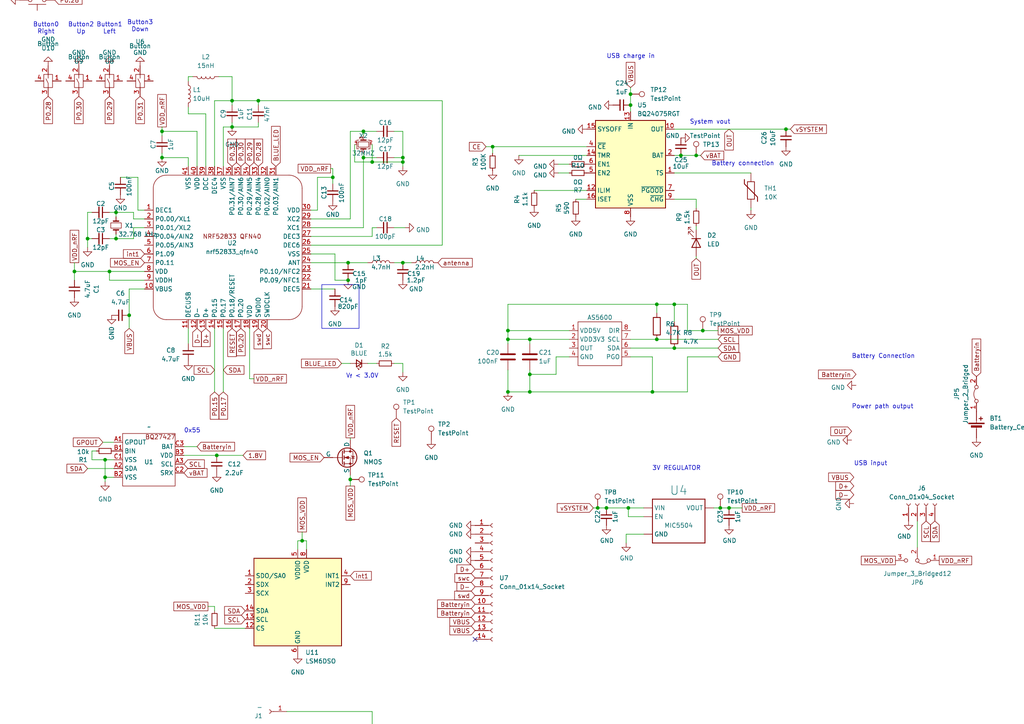
<source format=kicad_sch>
(kicad_sch (version 20231120) (generator "eeschema") (generator_version "8.0")
  (paper "A4")
  (title_block (title "Revolute Wireless") (date "2023-12-21") (company "Tongtong.Inc"))
  (junction (at 107.95 46.99))
  (junction (at 147.32 113.665))
  (junction (at 147.32 98.425))
  (junction (at 101.6 139.065))
  (junction (at 84.455 238.76))
  (junction (at 182.88 30.48))
  (junction (at 575.31 78.74))
  (junction (at 153.67 113.665))
  (junction (at 519.43 140.97))
  (junction (at 105.41 38.1))
  (junction (at 195.58 100.965))
  (junction (at 31.75 78.74))
  (junction (at 116.84 46.99))
  (junction (at 87.63 156.845))
  (junction (at 502.285 87.63))
  (junction (at 67.31 29.21))
  (junction (at 195.58 88.265))
  (junction (at 147.32 95.885))
  (junction (at 395.605 177.165))
  (junction (at 107.95 226.695))
  (junction (at 502.285 92.71))
  (junction (at 105.41 219.075))
  (junction (at 107.95 219.075))
  (junction (at 46.99 38.1))
  (junction (at 417.195 61.595))
  (junction (at 443.23 178.435))
  (junction (at 105.41 45.72))
  (junction (at 482.6 62.23))
  (junction (at 417.195 56.515))
  (junction (at 485.14 45.72))
  (junction (at 46.99 45.72))
  (junction (at 415.925 61.595))
  (junction (at 396.875 178.435))
  (junction (at 173.355 147.32))
  (junction (at 413.385 141.605))
  (junction (at 197.485 45.085))
  (junction (at 182.245 147.32))
  (junction (at 100.965 76.2))
  (junction (at 485.14 58.42))
  (junction (at 227.965 37.465))
  (junction (at 492.125 58.42))
  (junction (at 37.465 91.44))
  (junction (at 413.385 142.24))
  (junction (at 438.785 178.435))
  (junction (at 208.915 147.32))
  (junction (at 116.84 45.72))
  (junction (at 189.23 113.665))
  (junction (at 433.705 178.435))
  (junction (at 30.48 133.35))
  (junction (at 413.385 178.435))
  (junction (at 67.31 36.83))
  (junction (at 142.875 42.545))
  (junction (at 129.54 238.76))
  (junction (at 25.4 69.215))
  (junction (at 466.09 62.23))
  (junction (at 203.835 95.885))
  (junction (at 575.31 73.66))
  (junction (at 190.5 98.425))
  (junction (at 100.965 81.28))
  (junction (at 105.41 230.505))
  (junction (at 96.52 51.435))
  (junction (at 21.59 78.74))
  (junction (at 190.5 88.265))
  (junction (at 211.455 147.32))
  (junction (at 418.465 61.595))
  (junction (at 492.125 45.72))
  (junction (at 376.555 86.995))
  (junction (at 519.43 138.43))
  (junction (at 384.175 66.675))
  (junction (at 62.865 132.08))
  (junction (at 175.895 147.32))
  (junction (at 116.84 76.2))
  (junction (at 453.39 97.155))
  (junction (at 33.655 61.595))
  (junction (at 201.93 45.085))
  (junction (at 33.655 69.215))
  (junction (at 153.67 98.425))
  (junction (at 153.67 108.585))
  (junction (at 107.95 238.76))
  (junction (at 405.765 178.435))
  (junction (at 30.48 138.43))
  (junction (at 394.335 66.675))
  (junction (at 182.88 27.305))
  (junction (at 417.195 51.435))
  (junction (at 74.93 29.21))
  (junction (at 376.555 99.695))
  (no_connect (at 484.505 111.76))
  (no_connect (at 480.695 111.76))
  (no_connect (at 555.625 97.79))
  (no_connect (at 551.815 97.79))
  (no_connect (at 482.6 111.76))
  (no_connect (at 137.795 185.42))
  (no_connect (at 553.72 97.79))
  (no_connect (at 478.79 111.76))
  (no_connect (at 549.275 144.145))
  (no_connect (at 557.53 97.79))
  (wire (pts (xy 107.95 68.58) (xy 90.17 68.58)))
  (wire (pts (xy 40.005 60.96) (xy 41.91 60.96)))
  (wire (pts (xy 161.29 108.585) (xy 153.67 108.585)))
  (wire (pts (xy 589.28 64.77) (xy 575.31 64.77)))
  (wire (pts (xy 96.52 230.505) (xy 96.52 231.14)))
  (wire (pts (xy 165.1 103.505) (xy 161.29 103.505)))
  (wire (pts (xy 102.87 46.99) (xy 107.95 46.99)))
  (wire (pts (xy 21.59 78.74) (xy 31.75 78.74)))
  (wire (pts (xy 466.09 45.72) (xy 468.63 45.72)))
  (wire (pts (xy 438.785 178.435) (xy 443.23 178.435)))
  (wire (pts (xy 211.455 147.32) (xy 208.915 147.32)))
  (wire (pts (xy 101.6 127) (xy 101.6 127.635)))
  (wire (pts (xy 129.54 219.075) (xy 129.54 238.76)))
  (wire (pts (xy 147.32 98.425) (xy 147.32 99.695)))
  (wire (pts (xy 86.36 159.385) (xy 86.36 156.845)))
  (wire (pts (xy 384.175 66.04) (xy 384.175 66.675)))
  (wire (pts (xy 161.925 50.165) (xy 165.1 50.165)))
  (wire (pts (xy 54.61 31.115) (xy 54.61 33.02)))
  (wire (pts (xy 30.48 133.35) (xy 33.02 133.35)))
  (wire (pts (xy 117.475 66.04) (xy 114.3 66.04)))
  (wire (pts (xy 67.31 36.83) (xy 74.93 36.83)))
  (wire (pts (xy 520.7 140.97) (xy 519.43 140.97)))
  (wire (pts (xy 107.95 238.76) (xy 114.3 238.76)))
  (wire (pts (xy 485.14 58.42) (xy 492.125 58.42)))
  (wire (pts (xy 84.455 248.92) (xy 131.445 248.92)))
  (wire (pts (xy 181.61 154.94) (xy 186.69 154.94)))
  (wire (pts (xy 101.6 139.065) (xy 101.6 137.795)))
  (wire (pts (xy 54.61 22.225) (xy 54.61 23.495)))
  (wire (pts (xy 97.155 81.28) (xy 100.965 81.28)))
  (wire (pts (xy 147.32 95.885) (xy 147.32 98.425)))
  (wire (pts (xy 84.455 238.76) (xy 91.44 238.76)))
  (wire (pts (xy 34.925 51.435) (xy 40.005 51.435)))
  (wire (pts (xy 492.125 45.72) (xy 494.03 45.72)))
  (wire (pts (xy 396.875 178.435) (xy 395.605 178.435)))
  (wire (pts (xy 38.735 61.595) (xy 33.655 61.595)))
  (wire (pts (xy 503.555 81.28) (xy 502.285 81.28)))
  (wire (pts (xy 466.09 58.42) (xy 468.63 58.42)))
  (wire (pts (xy 64.77 36.83) (xy 67.31 36.83)))
  (wire (pts (xy 492.125 58.42) (xy 494.03 58.42)))
  (wire (pts (xy 606.425 155.575) (xy 605.155 155.575)))
  (wire (pts (xy 519.43 140.97) (xy 509.27 140.97)))
  (wire (pts (xy 102.87 41.91) (xy 102.87 46.99)))
  (wire (pts (xy 87.63 154.305) (xy 87.63 156.845)))
  (wire (pts (xy 64.77 48.26) (xy 64.77 36.83)))
  (wire (pts (xy 431.165 94.615) (xy 443.23 94.615)))
  (wire (pts (xy 586.105 67.31) (xy 584.2 67.31)))
  (wire (pts (xy 37.465 91.44) (xy 37.465 83.82)))
  (wire (pts (xy 147.32 95.885) (xy 147.32 88.265)))
  (wire (pts (xy 417.195 56.515) (xy 420.37 56.515)))
  (wire (pts (xy 107.95 66.04) (xy 107.95 68.58)))
  (wire (pts (xy 60.325 175.895) (xy 62.23 175.895)))
  (wire (pts (xy 96.52 211.455) (xy 96.52 226.695)))
  (wire (pts (xy 396.875 71.755) (xy 398.145 71.755)))
  (wire (pts (xy 398.145 89.535) (xy 381.635 89.535)))
  (wire (pts (xy 86.36 156.845) (xy 87.63 156.845)))
  (wire (pts (xy 487.68 62.23) (xy 482.6 62.23)))
  (wire (pts (xy 485.14 54.61) (xy 485.14 58.42)))
  (wire (pts (xy 25.4 69.215) (xy 25.4 71.755)))
  (wire (pts (xy 119.38 226.695) (xy 107.95 226.695)))
  (wire (pts (xy 21.59 78.74) (xy 21.59 81.28)))
  (wire (pts (xy 128.27 29.21) (xy 74.93 29.21)))
  (wire (pts (xy 413.385 142.24) (xy 413.385 141.605)))
  (wire (pts (xy 182.88 25.4) (xy 182.88 27.305)))
  (wire (pts (xy 147.32 95.885) (xy 165.1 95.885)))
  (wire (pts (xy 575.31 72.39) (xy 575.31 73.66)))
  (wire (pts (xy 195.58 88.265) (xy 195.58 93.345)))
  (wire (pts (xy 46.99 44.45) (xy 46.99 45.72)))
  (wire (pts (xy 502.285 86.36) (xy 502.285 87.63)))
  (wire (pts (xy 119.38 230.505) (xy 105.41 230.505)))
  (wire (pts (xy 90.17 60.96) (xy 92.075 60.96)))
  (wire (pts (xy 492.125 55.88) (xy 492.125 58.42)))
  (wire (pts (xy 107.95 238.76) (xy 107.95 254.635)))
  (wire (pts (xy 97.155 73.66) (xy 97.155 81.28)))
  (wire (pts (xy 396.875 99.695) (xy 398.145 99.695)))
  (wire (pts (xy 410.845 57.785) (xy 410.845 61.595)))
  (wire (pts (xy 107.95 219.075) (xy 114.3 219.075)))
  (wire (pts (xy 487.68 52.07) (xy 487.68 62.23)))
  (wire (pts (xy 142.875 44.45) (xy 142.875 42.545)))
  (wire (pts (xy 513.08 81.28) (xy 511.175 81.28)))
  (wire (pts (xy 25.4 69.215) (xy 26.67 69.215)))
  (wire (pts (xy 41.91 63.5) (xy 38.735 63.5)))
  (wire (pts (xy 33.655 67.945) (xy 33.655 69.215)))
  (wire (pts (xy 182.88 100.965) (xy 195.58 100.965)))
  (wire (pts (xy 40.005 51.435) (xy 40.005 60.96)))
  (wire (pts (xy 107.95 219.075) (xy 107.95 206.375)))
  (wire (pts (xy 173.355 147.32) (xy 175.895 147.32)))
  (wire (pts (xy 105.41 38.1) (xy 109.22 38.1)))
  (wire (pts (xy 415.29 178.435) (xy 413.385 178.435)))
  (wire (pts (xy 147.32 107.315) (xy 147.32 113.665)))
  (wire (pts (xy 83.185 254.635) (xy 107.95 254.635)))
  (wire (pts (xy 394.335 65.405) (xy 394.335 66.675)))
  (wire (pts (xy 516.255 78.74) (xy 502.285 78.74)))
  (wire (pts (xy 365.125 99.695) (xy 367.665 99.695)))
  (wire (pts (xy 381.635 89.535) (xy 381.635 99.695)))
  (wire (pts (xy 182.245 147.32) (xy 186.69 147.32)))
  (wire (pts (xy 95.885 48.895) (xy 96.52 48.895)))
  (wire (pts (xy 142.875 42.545) (xy 170.18 42.545)))
  (wire (pts (xy 107.95 46.99) (xy 107.95 41.91)))
  (wire (pts (xy 114.3 38.1) (xy 116.84 38.1)))
  (wire (pts (xy 25.4 135.89) (xy 33.02 135.89)))
  (wire (pts (xy 54.61 48.26) (xy 54.61 45.72)))
  (wire (pts (xy 190.5 88.265) (xy 195.58 88.265)))
  (wire (pts (xy 90.17 73.66) (xy 97.155 73.66)))
  (wire (pts (xy 201.93 65.532) (xy 201.93 66.675)))
  (wire (pts (xy 153.67 98.425) (xy 147.32 98.425)))
  (wire (pts (xy 172.085 147.32) (xy 173.355 147.32)))
  (wire (pts (xy 62.23 29.21) (xy 62.23 48.26)))
  (wire (pts (xy 153.67 108.585) (xy 153.67 107.315)))
  (wire (pts (xy 199.39 95.885) (xy 203.835 95.885)))
  (wire (pts (xy 459.74 97.155) (xy 453.39 97.155)))
  (wire (pts (xy 182.88 30.48) (xy 182.88 32.385)))
  (wire (pts (xy 395.605 178.435) (xy 395.605 177.165)))
  (wire (pts (xy 376.555 97.155) (xy 376.555 99.695)))
  (wire (pts (xy 598.805 64.77) (xy 596.9 64.77)))
  (wire (pts (xy 105.41 38.1) (xy 105.41 39.37)))
  (wire (pts (xy 72.39 95.25) (xy 72.39 109.855)))
  (wire (pts (xy 415.925 61.595) (xy 417.195 61.595)))
  (wire (pts (xy 46.99 36.83) (xy 46.99 38.1)))
  (wire (pts (xy 384.175 66.675) (xy 394.335 66.675)))
  (wire (pts (xy 41.91 66.04) (xy 38.735 66.04)))
  (wire (pts (xy 129.54 238.76) (xy 129.54 241.3)))
  (wire (pts (xy 189.23 103.505) (xy 189.23 113.665)))
  (wire (pts (xy 153.67 113.665) (xy 189.23 113.665)))
  (wire (pts (xy 502.285 92.71) (xy 502.285 93.98)))
  (wire (pts (xy 62.23 113.665) (xy 62.23 95.25)))
  (wire (pts (xy 38.735 66.04) (xy 38.735 69.215)))
  (wire (pts (xy 90.17 83.82) (xy 97.155 83.82)))
  (wire (pts (xy 62.865 132.08) (xy 70.485 132.08)))
  (wire (pts (xy 55.88 22.225) (xy 54.61 22.225)))
  (wire (pts (xy 96.52 230.505) (xy 105.41 230.505)))
  (wire (pts (xy 84.455 238.76) (xy 84.455 248.92)))
  (wire (pts (xy 153.67 98.425) (xy 153.67 99.695)))
  (wire (pts (xy 520.7 138.43) (xy 519.43 138.43)))
  (wire (pts (xy 476.25 45.72) (xy 485.14 45.72)))
  (wire (pts (xy 116.84 46.99) (xy 107.95 46.99)))
  (wire (pts (xy 592.455 155.575) (xy 594.995 155.575)))
  (wire (pts (xy 90.17 76.2) (xy 100.965 76.2)))
  (wire (pts (xy 90.17 63.5) (xy 101.6 63.5)))
  (wire (pts (xy 394.97 76.835) (xy 398.145 76.835)))
  (wire (pts (xy 38.735 63.5) (xy 38.735 61.595)))
  (wire (pts (xy 153.67 113.665) (xy 153.67 108.585)))
  (wire (pts (xy 195.58 57.785) (xy 201.93 57.785)))
  (wire (pts (xy 46.99 45.72) (xy 54.61 45.72)))
  (wire (pts (xy 576.58 67.31) (xy 575.31 67.31)))
  (wire (pts (xy 413.385 141.605) (xy 413.385 140.335)))
  (wire (pts (xy 199.39 113.665) (xy 199.39 103.505)))
  (wire (pts (xy 128.27 71.12) (xy 128.27 29.21)))
  (wire (pts (xy 376.555 89.535) (xy 376.555 86.995)))
  (wire (pts (xy 116.84 45.72) (xy 116.84 46.99)))
  (wire (pts (xy 413.385 178.435) (xy 405.765 178.435)))
  (wire (pts (xy 384.175 57.15) (xy 384.175 58.42)))
  (wire (pts (xy 519.43 138.43) (xy 509.27 138.43)))
  (wire (pts (xy 181.61 157.48) (xy 181.61 154.94)))
  (wire (pts (xy 154.94 55.245) (xy 170.18 55.245)))
  (wire (pts (xy 504.19 87.63) (xy 502.285 87.63)))
  (wire (pts (xy 375.285 99.695) (xy 376.555 99.695)))
  (wire (pts (xy 415.29 180.975) (xy 413.385 180.975)))
  (wire (pts (xy 30.48 139.7) (xy 30.48 138.43)))
  (wire (pts (xy 105.41 44.45) (xy 105.41 45.72)))
  (wire (pts (xy 74.93 29.21) (xy 74.93 30.48)))
  (wire (pts (xy 365.125 86.995) (xy 367.665 86.995)))
  (wire (pts (xy 64.77 113.665) (xy 64.77 95.25)))
  (wire (pts (xy 57.15 129.54) (xy 53.34 129.54)))
  (wire (pts (xy 394.335 66.675) (xy 398.145 66.675)))
  (wire (pts (xy 46.99 38.1) (xy 57.15 38.1)))
  (wire (pts (xy 116.84 46.99) (xy 116.84 48.26)))
  (wire (pts (xy 376.555 99.695) (xy 381.635 99.695)))
  (wire (pts (xy 101.6 63.5) (xy 101.6 38.1)))
  (wire (pts (xy 504.825 73.66) (xy 502.285 73.66)))
  (wire (pts (xy 577.85 59.69) (xy 575.31 59.69)))
  (wire (pts (xy 129.54 241.3) (xy 131.445 241.3)))
  (wire (pts (xy 418.465 61.595) (xy 421.005 61.595)))
  (wire (pts (xy 175.895 147.32) (xy 182.245 147.32)))
  (wire (pts (xy 59.69 33.02) (xy 59.69 48.26)))
  (wire (pts (xy 101.6 38.1) (xy 105.41 38.1)))
  (wire (pts (xy 485.14 58.42) (xy 476.25 58.42)))
  (wire (pts (xy 92.075 51.435) (xy 96.52 51.435)))
  (wire (pts (xy 504.19 92.71) (xy 502.285 92.71)))
  (wire (pts (xy 417.195 56.515) (xy 417.195 61.595)))
  (wire (pts (xy 147.32 113.665) (xy 153.67 113.665)))
  (wire (pts (xy 462.915 130.81) (xy 464.185 130.81)))
  (wire (pts (xy 99.06 105.41) (xy 101.6 105.41)))
  (wire (pts (xy 453.39 106.68) (xy 453.39 104.775)))
  (wire (pts (xy 577.215 73.66) (xy 575.31 73.66)))
  (wire (pts (xy 101.6 140.97) (xy 101.6 139.065)))
  (wire (pts (xy 119.38 76.2) (xy 116.84 76.2)))
  (wire (pts (xy 430.53 178.435) (xy 433.705 178.435)))
  (wire (pts (xy 37.465 83.82) (xy 41.91 83.82)))
  (wire (pts (xy 395.605 177.165) (xy 395.605 174.625)))
  (wire (pts (xy 431.165 97.155) (xy 453.39 97.155)))
  (wire (pts (xy 394.335 57.785) (xy 394.335 57.15)))
  (wire (pts (xy 41.91 81.28) (xy 31.75 81.28)))
  (wire (pts (xy 190.5 88.265) (xy 190.5 90.805)))
  (wire (pts (xy 525.78 78.74) (xy 523.875 78.74)))
  (wire (pts (xy 445.135 178.435) (xy 443.23 178.435)))
  (wire (pts (xy 38.735 69.215) (xy 33.655 69.215)))
  (wire (pts (xy 67.31 29.21) (xy 67.31 30.48)))
  (wire (pts (xy 124.46 238.76) (xy 129.54 238.76)))
  (wire (pts (xy 266.065 158.75) (xy 266.065 151.13)))
  (wire (pts (xy 417.195 61.595) (xy 418.465 61.595)))
  (wire (pts (xy 105.41 219.075) (xy 107.95 219.075)))
  (wire (pts (xy 31.75 69.215) (xy 33.655 69.215)))
  (wire (pts (xy 90.17 71.12) (xy 128.27 71.12)))
  (wire (pts (xy 229.235 37.465) (xy 227.965 37.465)))
  (wire (pts (xy 101.6 219.075) (xy 105.41 219.075)))
  (wire (pts (xy 473.075 130.81) (xy 471.805 130.81)))
  (wire (pts (xy 413.385 180.975) (xy 413.385 178.435)))
  (wire (pts (xy 101.6 238.76) (xy 107.95 238.76)))
  (wire (pts (xy 452.12 140.335) (xy 455.295 140.335)))
  (wire (pts (xy 116.84 38.1) (xy 116.84 45.72)))
  (wire (pts (xy 142.875 42.545) (xy 140.97 42.545)))
  (wire (pts (xy 67.31 35.56) (xy 67.31 36.83)))
  (wire (pts (xy 485.14 45.72) (xy 492.125 45.72)))
  (wire (pts (xy 107.95 226.695) (xy 107.95 238.76)))
  (wire (pts (xy 105.41 45.72) (xy 105.41 66.04)))
  (wire (pts (xy 405.765 178.435) (xy 396.875 178.435)))
  (wire (pts (xy 31.75 81.28) (xy 31.75 78.74)))
  (wire (pts (xy 186.69 149.86) (xy 182.245 149.86)))
  (wire (pts (xy 62.23 182.245) (xy 71.12 182.245)))
  (wire (pts (xy 27.94 130.81) (xy 26.67 130.81)))
  (wire (pts (xy 195.58 100.965) (xy 208.28 100.965)))
  (wire (pts (xy 119.38 246.38) (xy 119.38 230.505)))
  (wire (pts (xy 106.68 105.41) (xy 109.22 105.41)))
  (wire (pts (xy 57.15 48.26) (xy 57.15 38.1)))
  (wire (pts (xy 96.52 51.435) (xy 96.52 53.34)))
  (wire (pts (xy 482.6 52.07) (xy 482.6 62.23)))
  (wire (pts (xy 87.63 156.845) (xy 88.9 156.845)))
  (wire (pts (xy 114.3 45.72) (xy 116.84 45.72)))
  (wire (pts (xy 46.99 38.1) (xy 46.99 39.37)))
  (wire (pts (xy 182.88 98.425) (xy 190.5 98.425)))
  (wire (pts (xy 26.67 133.35) (xy 30.48 133.35)))
  (wire (pts (xy 197.485 45.085) (xy 195.58 45.085)))
  (wire (pts (xy 33.655 61.595) (xy 33.655 62.865)))
  (wire (pts (xy 394.97 79.375) (xy 398.145 79.375)))
  (wire (pts (xy 67.31 29.21) (xy 67.31 22.225)))
  (wire (pts (xy 153.67 98.425) (xy 165.1 98.425)))
  (wire (pts (xy 54.61 33.02) (xy 59.69 33.02)))
  (wire (pts (xy 31.75 61.595) (xy 33.655 61.595)))
  (wire (pts (xy 430.53 51.435) (xy 427.99 51.435)))
  (wire (pts (xy 417.195 51.435) (xy 417.195 56.515)))
  (wire (pts (xy 105.41 219.075) (xy 105.41 230.505)))
  (wire (pts (xy 195.58 37.465) (xy 227.965 37.465)))
  (wire (pts (xy 62.23 175.895) (xy 62.23 177.165)))
  (wire (pts (xy 190.5 98.425) (xy 208.28 98.425)))
  (wire (pts (xy 397.51 84.455) (xy 398.145 84.455)))
  (wire (pts (xy 73.66 109.855) (xy 72.39 109.855)))
  (wire (pts (xy 201.93 74.93) (xy 201.93 74.295)))
  (wire (pts (xy 67.31 29.21) (xy 62.23 29.21)))
  (wire (pts (xy 413.385 142.875) (xy 413.385 142.24)))
  (wire (pts (xy 203.2 45.085) (xy 201.93 45.085)))
  (wire (pts (xy 147.32 88.265) (xy 190.5 88.265)))
  (wire (pts (xy 67.31 22.225) (xy 63.5 22.225)))
  (wire (pts (xy 485.14 45.72) (xy 485.14 49.53)))
  (wire (pts (xy 114.3 105.41) (xy 116.84 105.41)))
  (wire (pts (xy 90.17 66.04) (xy 105.41 66.04)))
  (wire (pts (xy 30.48 138.43) (xy 30.48 133.35)))
  (wire (pts (xy 201.93 57.785) (xy 201.93 60.452)))
  (wire (pts (xy 116.84 105.41) (xy 116.84 107.95)))
  (wire (pts (xy 482.6 62.23) (xy 466.09 62.23)))
  (wire (pts (xy 124.46 219.075) (xy 129.54 219.075)))
  (wire (pts (xy 502.285 91.44) (xy 502.285 92.71)))
  (wire (pts (xy 150.495 45.085) (xy 170.18 45.085)))
  (wire (pts (xy 37.465 95.25) (xy 37.465 91.44)))
  (wire (pts (xy 208.915 147.32) (xy 207.01 147.32)))
  (wire (pts (xy 167.005 57.785) (xy 170.18 57.785)))
  (wire (pts (xy 116.84 76.2) (xy 114.3 76.2)))
  (wire (pts (xy 462.915 140.335) (xy 464.185 140.335)))
  (wire (pts (xy 502.285 87.63) (xy 502.285 88.9)))
  (wire (pts (xy 83.185 206.375) (xy 107.95 206.375)))
  (wire (pts (xy 161.29 103.505) (xy 161.29 108.585)))
  (wire (pts (xy 432.435 79.375) (xy 431.165 79.375)))
  (wire (pts (xy 466.09 63.5) (xy 466.09 62.23)))
  (wire (pts (xy 84.455 219.075) (xy 84.455 238.76)))
  (wire (pts (xy 454.025 130.81) (xy 455.295 130.81)))
  (wire (pts (xy 217.805 50.165) (xy 195.58 50.165)))
  (wire (pts (xy 74.93 36.83) (xy 74.93 35.56)))
  (wire (pts (xy 91.44 219.075) (xy 84.455 219.075)))
  (wire (pts (xy 577.215 78.74) (xy 575.31 78.74)))
  (wire (pts (xy 74.93 29.21) (xy 67.31 29.21)))
  (wire (pts (xy 96.52 226.695) (xy 107.95 226.695)))
  (wire (pts (xy 217.805 60.96) (xy 217.805 60.325)))
  (wire (pts (xy 25.4 61.595) (xy 26.67 61.595)))
  (wire (pts (xy 25.4 61.595) (xy 25.4 69.215)))
  (wire (pts (xy 26.67 130.81) (xy 26.67 133.35)))
  (wire (pts (xy 92.075 60.96) (xy 92.075 51.435)))
  (wire (pts (xy 189.23 113.665) (xy 199.39 113.665)))
  (wire (pts (xy 105.41 45.72) (xy 109.22 45.72)))
  (wire (pts (xy 54.61 95.25) (xy 54.61 99.695)))
  (wire (pts (xy 203.835 95.885) (xy 208.28 95.885)))
  (wire (pts (xy 378.46 66.675) (xy 384.175 66.675)))
  (wire (pts (xy 96.52 48.895) (xy 96.52 51.435)))
  (wire (pts (xy 88.9 156.845) (xy 88.9 159.385)))
  (wire (pts (xy 53.34 132.08) (xy 62.865 132.08)))
  (wire (pts (xy 106.68 76.2) (xy 100.965 76.2)))
  (wire (pts (xy 413.385 61.595) (xy 415.925 61.595)))
  (wire (pts (xy 21.59 76.2) (xy 21.59 78.74)))
  (wire (pts (xy 415.925 141.605) (xy 415.925 140.335)))
  (wire (pts (xy 195.58 88.265) (xy 199.39 88.265)))
  (wire (pts (xy 575.31 73.66) (xy 575.31 74.93)))
  (wire (pts (xy 375.285 86.995) (xy 376.555 86.995)))
  (wire (pts (xy 182.88 103.505) (xy 189.23 103.505)))
  (wire (pts (xy 433.705 178.435) (xy 438.785 178.435)))
  (wire (pts (xy 31.75 78.74) (xy 41.91 78.74)))
  (wire (pts (xy 182.245 149.86) (xy 182.245 147.32)))
  (wire (pts (xy 182.88 27.305) (xy 182.88 30.48)))
  (wire (pts (xy 575.31 77.47) (xy 575.31 78.74)))
  (wire (pts (xy 29.845 128.27) (xy 33.02 128.27)))
  (wire (pts (xy 466.09 62.23) (xy 466.09 58.42)))
  (wire (pts (xy 109.22 66.04) (xy 107.95 66.04)))
  (wire (pts (xy 376.555 86.995) (xy 398.145 86.995)))
  (wire (pts (xy 30.48 138.43) (xy 33.02 138.43)))
  (wire (pts (xy 417.195 46.99) (xy 417.195 51.435)))
  (wire (pts (xy 393.065 177.165) (xy 395.605 177.165)))
  (wire (pts (xy 201.93 45.085) (xy 197.485 45.085)))
  (wire (pts (xy 215.265 147.32) (xy 211.455 147.32)))
  (wire (pts (xy 575.31 78.74) (xy 575.31 80.01)))
  (wire (pts (xy 430.53 56.515) (xy 427.99 56.515)))
  (wire (pts (xy 413.385 141.605) (xy 415.925 141.605)))
  (wire (pts (xy 199.39 103.505) (xy 208.28 103.505)))
  (wire (pts (xy 417.195 51.435) (xy 420.37 51.435)))
  (wire (pts (xy 161.925 47.625) (xy 165.1 47.625)))
  (wire (pts (xy 199.39 88.265) (xy 199.39 95.885)))
  (wire (pts (xy 492.125 45.72) (xy 492.125 48.26)))
  (wire (pts (xy 388.62 71.755) (xy 389.255 71.755)))
  (rectangle (start 93.345 82.55) (end 104.14 95.25))
  (text "charging Power input" (at 67.31 231.775 0) (effects (font (size 1.27 1.27))))
  (text "Button2\nUp" (at 23.495 8.255 0) (effects (font (size 1.27 1.27))))
  (text "Battery connection" (at 206.375 48.26 0) (effects (font (size 1.27 1.27)) (justify left bottom)))
  (text "-" (at 132.08 247.015 0) (effects (font (size 1.27 1.27))))
  (text "V_{f} < 3.0V" (at 100.33 109.855 0) (effects (font (size 1.27 1.27)) (justify left bottom)))
  (text "Button1\nLeft" (at 31.75 8.255 0) (effects (font (size 1.27 1.27))))
  (text "Battery + header" (at 563.88 184.15 0) (effects (font (size 1.27 1.27))))
  (text "Power path output" (at 247.015 118.745 0) (effects (font (size 1.27 1.27)) (justify left bottom)))
  (text "System vout" (at 200.025 36.195 0) (effects (font (size 1.27 1.27)) (justify left bottom)))
  (text "USB input\n" (at 247.65 135.255 0) (effects (font (size 1.27 1.27)) (justify left bottom)))
  (text "USB charge in" (at 175.895 17.145 0) (effects (font (size 1.27 1.27)) (justify left bottom)))
  (text "Button3\nDown" (at 40.64 7.62 0) (effects (font (size 1.27 1.27))))
  (text "+" (at 133.35 238.125 0) (effects (font (size 1.27 1.27))))
  (text "Button0\nRight" (at 13.335 8.255 0) (effects (font (size 1.27 1.27))))
  (text "0x55\n" (at 53.34 125.73 0) (effects (font (size 1.27 1.27)) (justify left bottom)))
  (text "Battery Connection" (at 247.015 104.14 0) (effects (font (size 1.27 1.27)) (justify left bottom)))
  (text "3V REGULATOR" (at 196.215 135.89 0) (effects (font (size 1.27 1.27))))
  (label "BOOT0" (at 388.62 71.755 180))
  (label "BOOT0" (at 490.855 193.675 270))
  (label "PC13" (at 471.805 140.335 0))
  (label "A10" (at 451.485 75.565 0))
  (label "A5" (at 432.435 79.375 0))
  (label "USBDM2" (at 549.275 164.465 0))
  (label "A9" (at 431.165 89.535 0))
  (label "B14" (at 398.145 130.175 180))
  (label "USBDP2" (at 549.275 159.385 0))
  (label "USBDM2" (at 509.27 146.05 0))
  (label "USBDP2" (at 577.215 78.74 0))
  (label "OSCOUT" (at 394.97 76.835 180))
  (label "B14" (at 549.275 167.005 0))
  (label "OSCOUT" (at 494.03 58.42 0))
  (label "USBDP" (at 504.19 92.71 0))
  (label "A9" (at 451.485 73.025 0))
  (label "USBDP" (at 459.74 97.155 0))
  (label "PC13" (at 397.51 84.455 180))
  (label "USBDM2" (at 577.215 73.66 0))
  (label "BOOT1" (at 389.255 99.695 180))
  (label "USBDM" (at 504.19 87.63 0))
  (label "OSCIN" (at 494.03 45.72 0))
  (label "B14" (at 520.7 140.97 0))
  (label "A5" (at 520.7 138.43 0))
  (label "BOOT1" (at 490.22 175.26 270))
  (label "USBDM" (at 443.23 94.615 0))
  (label "USBDP2" (at 509.27 143.51 0))
  (label "A5" (at 549.275 161.925 0))
  (label "OSCIN" (at 394.97 79.375 180))
  (label "A10" (at 431.165 92.075 0))
  (global_label "BLUE_LED" (shape input) (at 99.06 105.41 180) (property "Intersheetrefs" "${INTERSHEET_REFS}" (effects (hide yes))))
  (global_label "GPOUT" (shape input) (at 29.845 128.27 180) (property "Intersheetrefs" "${INTERSHEET_REFS}" (effects (hide yes))))
  (global_label "Batteryin" (shape input) (at 137.795 175.26 180) (property "Intersheetrefs" "${INTERSHEET_REFS}" (effects (hide yes))))
  (global_label "SDA" (shape input) (at 71.12 177.165 180) (property "Intersheetrefs" "${INTERSHEET_REFS}" (effects (hide yes))))
  (global_label "swc" (shape input) (at 77.47 95.25 270) (property "Intersheetrefs" "${INTERSHEET_REFS}" (effects (hide yes))))
  (global_label "VDD_nRF" (shape passive) (at 215.265 147.32 0) (property "Intersheetrefs" "${INTERSHEET_REFS}" (effects (hide yes))))
  (global_label "VDD_nRF" (shape passive) (at 73.66 109.855 0) (property "Intersheetrefs" "${INTERSHEET_REFS}" (effects (hide yes))))
  (global_label "vSYSTEM" (shape input) (at 172.085 147.32 180) (property "Intersheetrefs" "${INTERSHEET_REFS}" (effects (hide yes))))
  (global_label "SDA" (shape input) (at 64.77 107.315 0) (property "Intersheetrefs" "${INTERSHEET_REFS}" (effects (hide yes))))
  (global_label "D-" (shape input) (at 247.65 143.51 180) (property "Intersheetrefs" "${INTERSHEET_REFS}" (effects (hide yes))))
  (global_label "MOS_VDD" (shape passive) (at 101.6 140.97 270) (property "Intersheetrefs" "${INTERSHEET_REFS}" (effects (hide yes))))
  (global_label "MOS_VDD" (shape passive) (at 208.28 95.885 0) (property "Intersheetrefs" "${INTERSHEET_REFS}" (effects (hide yes))))
  (global_label "VDD_nRF" (shape passive) (at 95.885 48.895 180) (property "Intersheetrefs" "${INTERSHEET_REFS}" (effects (hide yes))))
  (global_label "MOS_EN" (shape input) (at 41.91 76.2 180) (property "Intersheetrefs" "${INTERSHEET_REFS}" (effects (hide yes))))
  (global_label "P0.20" (shape input) (at 69.85 95.25 270) (property "Intersheetrefs" "${INTERSHEET_REFS}" (effects (hide yes))))
  (global_label "MOS_VDD" (shape passive) (at 87.63 154.305 90) (property "Intersheetrefs" "${INTERSHEET_REFS}" (effects (hide yes))))
  (global_label "P0.28" (shape input) (at 15.875 0 0) (property "Intersheetrefs" "${INTERSHEET_REFS}" (effects (hide yes))))
  (global_label "VBUS" (shape input) (at 182.88 25.4 90) (property "Intersheetrefs" "${INTERSHEET_REFS}" (effects (hide yes))))
  (global_label "D+" (shape input) (at 247.65 140.97 180) (property "Intersheetrefs" "${INTERSHEET_REFS}" (effects (hide yes))))
  (global_label "Batteryin" (shape input) (at 248.285 108.585 180) (property "Intersheetrefs" "${INTERSHEET_REFS}" (effects (hide yes))))
  (global_label "VBUS" (shape input) (at 137.795 182.88 180) (property "Intersheetrefs" "${INTERSHEET_REFS}" (effects (hide yes))))
  (global_label "P0.31" (shape input) (at 40.64 27.94 270) (property "Intersheetrefs" "${INTERSHEET_REFS}" (effects (hide yes))))
  (global_label "VBUS" (shape input) (at 131.445 241.3 0) (property "Intersheetrefs" "${INTERSHEET_REFS}" (effects (hide yes))))
  (global_label "swc" (shape input) (at 137.795 167.64 180) (property "Intersheetrefs" "${INTERSHEET_REFS}" (effects (hide yes))))
  (global_label "BLUE_LED" (shape input) (at 80.01 48.26 90) (property "Intersheetrefs" "${INTERSHEET_REFS}" (effects (hide yes))))
  (global_label "vBAT" (shape input) (at 53.34 137.16 0) (property "Intersheetrefs" "${INTERSHEET_REFS}" (effects (hide yes))))
  (global_label "RESET" (shape input) (at 114.935 121.285 270) (property "Intersheetrefs" "${INTERSHEET_REFS}" (effects (hide yes))))
  (global_label "swc" (shape input) (at 494.03 138.43 180) (property "Intersheetrefs" "${INTERSHEET_REFS}" (effects (hide yes))))
  (global_label "5V" (shape input) (at 509.27 135.89 0) (property "Intersheetrefs" "${INTERSHEET_REFS}" (effects (hide yes))))
  (global_label "vSYSTEM" (shape input) (at 229.235 37.465 0) (property "Intersheetrefs" "${INTERSHEET_REFS}" (effects (hide yes))))
  (global_label "3.3V" (shape input) (at 583.565 142.24 180) (property "Intersheetrefs" "${INTERSHEET_REFS}" (effects (hide yes))))
  (global_label "D-" (shape input) (at 494.03 146.05 180) (property "Intersheetrefs" "${INTERSHEET_REFS}" (effects (hide yes))))
  (global_label "int1" (shape input) (at 41.91 73.66 180) (property "Intersheetrefs" "${INTERSHEET_REFS}" (effects (hide yes))))
  (global_label "OUT" (shape input) (at 211.455 37.465 270) (property "Intersheetrefs" "${INTERSHEET_REFS}" (effects (hide yes))))
  (global_label "MOS_EN" (shape input) (at 93.98 132.715 180) (property "Intersheetrefs" "${INTERSHEET_REFS}" (effects (hide yes))))
  (global_label "P0.30" (shape input) (at 22.86 27.94 270) (property "Intersheetrefs" "${INTERSHEET_REFS}" (effects (hide yes))))
  (global_label "int1" (shape input) (at 101.6 167.005 0) (property "Intersheetrefs" "${INTERSHEET_REFS}" (effects (hide yes))))
  (global_label "D+" (shape input) (at 494.03 143.51 180) (property "Intersheetrefs" "${INTERSHEET_REFS}" (effects (hide yes))))
  (global_label "3.3V" (shape input) (at 452.12 140.335 90) (property "Intersheetrefs" "${INTERSHEET_REFS}" (effects (hide yes))))
  (global_label "SDA" (shape input) (at 208.28 100.965 0) (property "Intersheetrefs" "${INTERSHEET_REFS}" (effects (hide yes))))
  (global_label "VBUS" (shape input) (at 494.03 135.89 180) (property "Intersheetrefs" "${INTERSHEET_REFS}" (effects (hide yes))))
  (global_label "CE" (shape input) (at 140.97 42.545 180) (property "Intersheetrefs" "${INTERSHEET_REFS}" (effects (hide yes))))
  (global_label "D-" (shape input) (at 57.15 95.25 270) (property "Intersheetrefs" "${INTERSHEET_REFS}" (effects (hide yes))))
  (global_label "swd" (shape input) (at 74.93 95.25 270) (property "Intersheetrefs" "${INTERSHEET_REFS}" (effects (hide yes))))
  (global_label "5V" (shape input) (at 549.275 174.625 0) (property "Intersheetrefs" "${INTERSHEET_REFS}" (effects (hide yes))))
  (global_label "swd" (shape input) (at 494.03 140.97 180) (property "Intersheetrefs" "${INTERSHEET_REFS}" (effects (hide yes))))
  (global_label "VDD_nRF" (shape passive) (at 21.59 76.2 90) (property "Intersheetrefs" "${INTERSHEET_REFS}" (effects (hide yes))))
  (global_label "MOS_VDD" (shape passive) (at 60.325 175.895 180) (property "Intersheetrefs" "${INTERSHEET_REFS}" (effects (hide yes))))
  (global_label "SCL" (shape input) (at 208.28 98.425 0) (property "Intersheetrefs" "${INTERSHEET_REFS}" (effects (hide yes))))
  (global_label "GND" (shape input) (at 208.28 103.505 0) (property "Intersheetrefs" "${INTERSHEET_REFS}" (effects (hide yes))))
  (global_label "SDA" (shape input) (at 271.145 151.13 270) (property "Intersheetrefs" "${INTERSHEET_REFS}" (effects (hide yes))))
  (global_label "5V" (shape input) (at 395.605 174.625 90) (property "Intersheetrefs" "${INTERSHEET_REFS}" (effects (hide yes))))
  (global_label "P0.30" (shape input) (at 69.85 48.26 90) (property "Intersheetrefs" "${INTERSHEET_REFS}" (effects (hide yes))))
  (global_label "P0.29" (shape input) (at 31.75 27.94 270) (property "Intersheetrefs" "${INTERSHEET_REFS}" (effects (hide yes))))
  (global_label "VDD_nRF" (shape passive) (at 101.6 127 90) (property "Intersheetrefs" "${INTERSHEET_REFS}" (effects (hide yes))))
  (global_label "SCL" (shape input) (at 62.23 107.315 180) (property "Intersheetrefs" "${INTERSHEET_REFS}" (effects (hide yes))))
  (global_label "MOS_VDD" (shape passive) (at 259.715 162.56 180) (property "Intersheetrefs" "${INTERSHEET_REFS}" (effects (hide yes))))
  (global_label "3VB" (shape input) (at 410.845 57.785 90) (property "Intersheetrefs" "${INTERSHEET_REFS}" (effects (hide yes))))
  (global_label "D+" (shape input) (at 59.69 95.25 270) (property "Intersheetrefs" "${INTERSHEET_REFS}" (effects (hide yes))))
  (global_label "Batteryin" (shape input) (at 57.15 129.54 0) (property "Intersheetrefs" "${INTERSHEET_REFS}" (effects (hide yes))))
  (global_label "SDA" (shape input) (at 25.4 135.89 180) (property "Intersheetrefs" "${INTERSHEET_REFS}" (effects (hide yes))))
  (global_label "1.8V" (shape input) (at 70.485 132.08 0) (property "Intersheetrefs" "${INTERSHEET_REFS}" (effects (hide yes))))
  (global_label "P0.15" (shape input) (at 62.23 113.665 270) (property "Intersheetrefs" "${INTERSHEET_REFS}" (effects (hide yes))))
  (global_label "VBUS" (shape input) (at 247.65 138.43 180) (property "Intersheetrefs" "${INTERSHEET_REFS}" (effects (hide yes))))
  (global_label "5V" (shape input) (at 549.275 177.165 0) (property "Intersheetrefs" "${INTERSHEET_REFS}" (effects (hide yes))))
  (global_label "OUT" (shape input) (at 201.93 74.93 270) (property "Intersheetrefs" "${INTERSHEET_REFS}" (effects (hide yes))))
  (global_label "3.3V" (shape input) (at 484.505 189.865 180) (property "Intersheetrefs" "${INTERSHEET_REFS}" (effects (hide yes))))
  (global_label "P0.28" (shape input) (at 13.97 27.94 270) (property "Intersheetrefs" "${INTERSHEET_REFS}" (effects (hide yes))))
  (global_label "5V" (shape input) (at 504.825 73.66 0) (property "Intersheetrefs" "${INTERSHEET_REFS}" (effects (hide yes))))
  (global_label "P0.31" (shape input) (at 67.31 48.26 90) (property "Intersheetrefs" "${INTERSHEET_REFS}" (effects (hide yes))))
  (global_label "VBUS" (shape input) (at 37.465 95.25 270) (property "Intersheetrefs" "${INTERSHEET_REFS}" (effects (hide yes))))
  (global_label "5V" (shape input) (at 577.85 59.69 0) (property "Intersheetrefs" "${INTERSHEET_REFS}" (effects (hide yes))))
  (global_label "RESET" (shape input) (at 67.31 95.25 270) (property "Intersheetrefs" "${INTERSHEET_REFS}" (effects (hide yes))))
  (global_label "VDD_nRF" (shape passive) (at 46.99 36.83 90) (property "Intersheetrefs" "${INTERSHEET_REFS}" (effects (hide yes))))
  (global_label "vBAT" (shape input) (at 203.2 45.085 0) (property "Intersheetrefs" "${INTERSHEET_REFS}" (effects (hide yes))))
  (global_label "D+" (shape input) (at 137.795 165.1 180) (property "Intersheetrefs" "${INTERSHEET_REFS}" (effects (hide yes))))
  (global_label "antenna" (shape input) (at 127 76.2 0) (property "Intersheetrefs" "${INTERSHEET_REFS}" (effects (hide yes))))
  (global_label "VBUS" (shape input) (at 137.795 180.34 180) (property "Intersheetrefs" "${INTERSHEET_REFS}" (effects (hide yes))))
  (global_label "P0.28" (shape input) (at 74.93 48.26 90) (property "Intersheetrefs" "${INTERSHEET_REFS}" (effects (hide yes))))
  (global_label "P0.17" (shape input) (at 64.77 113.665 270) (property "Intersheetrefs" "${INTERSHEET_REFS}" (effects (hide yes))))
  (global_label "SCL" (shape input) (at 268.605 151.13 270) (property "Intersheetrefs" "${INTERSHEET_REFS}" (effects (hide yes))))
  (global_label "P0.29" (shape input) (at 72.39 48.26 90) (property "Intersheetrefs" "${INTERSHEET_REFS}" (effects (hide yes))))
  (global_label "VDD_nRF" (shape passive) (at 272.415 162.56 0) (property "Intersheetrefs" "${INTERSHEET_REFS}" (effects (hide yes))))
  (global_label "RESET" (shape input) (at 606.425 155.575 0) (property "Intersheetrefs" "${INTERSHEET_REFS}" (effects (hide yes))))
  (global_label "OUT" (shape input) (at 247.015 125.095 180) (property "Intersheetrefs" "${INTERSHEET_REFS}" (effects (hide yes))))
  (global_label "3.3V" (shape input) (at 394.335 57.15 90) (property "Intersheetrefs" "${INTERSHEET_REFS}" (effects (hide yes))))
  (global_label "VDD_nRF" (shape passive) (at 593.725 142.24 0) (property "Intersheetrefs" "${INTERSHEET_REFS}" (effects (hide yes))))
  (global_label "swd" (shape input) (at 137.795 172.72 180) (property "Intersheetrefs" "${INTERSHEET_REFS}" (effects (hide yes))))
  (global_label "3.3V" (shape input) (at 453.39 106.68 0) (property "Intersheetrefs" "${INTERSHEET_REFS}" (effects (hide yes))))
  (global_label "3.3V" (shape input) (at 417.195 46.99 90) (property "Intersheetrefs" "${INTERSHEET_REFS}" (effects (hide yes))))
  (global_label "3.3V" (shape input) (at 454.025 130.81 90) (property "Intersheetrefs" "${INTERSHEET_REFS}" (effects (hide yes))))
  (global_label "Batteryin" (shape input) (at 283.21 109.22 90) (property "Intersheetrefs" "${INTERSHEET_REFS}" (effects (hide yes))))
  (global_label "Batteryin" (shape input) (at 137.795 177.8 180) (property "Intersheetrefs" "${INTERSHEET_REFS}" (effects (hide yes))))
  (global_label "3.3V" (shape input) (at 483.87 171.45 180) (property "Intersheetrefs" "${INTERSHEET_REFS}" (effects (hide yes))))
  (global_label "SCL" (shape input) (at 71.12 179.705 180) (property "Intersheetrefs" "${INTERSHEET_REFS}" (effects (hide yes))))
  (global_label "SCL" (shape input) (at 53.34 134.62 0) (property "Intersheetrefs" "${INTERSHEET_REFS}" (effects (hide yes))))
  (global_label "D-" (shape input) (at 137.795 170.18 180) (property "Intersheetrefs" "${INTERSHEET_REFS}" (effects (hide yes))))
  (global_label "3.3V" (shape input) (at 445.135 178.435 90) (property "Intersheetrefs" "${INTERSHEET_REFS}" (effects (hide yes))))
  (symbol (lib_id "power:GND") (at 117.475 66.04 90) (unit 1)
    (property "Reference" "#PWR018" (effects (hide yes)))
    (property "Value" "GND" (at 120.65 66.675 90) (effects (justify right)))
  )
  (symbol (lib_id "power:GND") (at 150.495 45.085 0) (unit 1)
    (property "Reference" "#PWR022" (effects (hide yes)))
    (property "Value" "GND" (at 150.495 50.165 0))
  )
  (symbol (lib_id "power:GND") (at 96.52 58.42 0) (unit 1)
    (property "Reference" "#PWR012" (effects (hide yes)))
    (property "Value" "GND" (at 96.52 62.23 0))
  )
  (symbol (lib_id "power:GND") (at 40.64 19.05 180) (unit 1)
    (property "Reference" "#PWR031" (effects (hide yes)))
    (property "Value" "GND" (at 40.64 15.24 0))
  )
  (symbol (lib_id "Device:C_Small") (at 34.925 91.44 270) (unit 1)
    (property "Reference" "C6" (at 34.925 85.09 90))
    (property "Value" "4.7uF" (at 34.925 87.63 90))
    (property "Footprint" "Library:Capacitor_0402_1005M-nosilk" (effects (hide yes)))
    (property "ID" "140" (effects (hide yes)))
  )
  (symbol (lib_id "Connector:TestPoint") (at 203.835 95.885 0) (unit 1)
    (property "Reference" "TP9" (at 205.74 91.3129 0) (effects (justify left)))
    (property "Value" "TestPoint" (at 205.74 93.8529 0) (effects (justify left)))
    (property "Footprint" "TestPoint:TestPoint_Pad_D1.0mm" (effects (hide yes)))
    (property "Description" "test point" (effects (hide yes)))
  )
  (symbol (lib_id "Library:USB_C_Receptacle_USB2.0") (at 487.045 88.9 0) (unit 1)
    (property "Reference" "J5" (at 487.045 64.77 0))
    (property "Value" "USB_C_Receptacle_USB2.0" (at 487.045 67.31 0))
    (property "Footprint" "Library:USB-C_C168688" (at 487.045 69.85 0))
    (property "Datasheet" "https://www.usb.org/sites/default/files/documents/usb_type-c.zip" (effects (hide yes)))
    (property "ID" "65" (effects (hide yes)))
  )
  (symbol (lib_id "Device:R_Small") (at 142.875 46.99 0) (unit 1)
    (property "Reference" "R3" (at 137.8966 46.99 90))
    (property "Value" "100K" (at 140.208 46.99 90))
    (property "Footprint" "Library:Resistor_0402_1005M-nosilk" (effects (hide yes)))
    (property "ID" "131" (effects (hide yes)))
  )
  (symbol (lib_id "Device:C") (at 371.475 99.695 270) (unit 1)
    (property "Reference" "C10" (at 371.475 106.045 90))
    (property "Value" "12pF" (at 371.475 103.505 90))
    (property "Footprint" "Capacitor_SMD:C_0402_1005Metric" (effects (hide yes)))
    (property "ID" "17" (effects (hide yes)))
  )
  (symbol (lib_id "power:GND") (at 549.275 156.845 90) (unit 1)
    (property "Reference" "#PWR073" (effects (hide yes)))
    (property "Value" "GND" (at 556.895 156.845 90) (effects (justify left)))
  )
  (symbol (lib_id "power:GND") (at 227.965 42.545 0) (unit 1)
    (property "Reference" "#PWR038" (effects (hide yes)))
    (property "Value" "GND" (at 227.965 47.625 0))
  )
  (symbol (lib_id "Connector:TestPoint") (at 125.095 127.635 0) (unit 1)
    (property "Reference" "TP2" (at 127 123.0629 0) (effects (justify left)))
    (property "Value" "TestPoint" (at 127 125.6029 0) (effects (justify left)))
    (property "Footprint" "TestPoint:TestPoint_Pad_D1.0mm" (effects (hide yes)))
    (property "Description" "test point" (effects (hide yes)))
  )
  (symbol (lib_id "Device:R") (at 520.065 78.74 270) (unit 1)
    (property "Reference" "R22" (at 521.2334 80.518 0) (effects (justify left)))
    (property "Value" "5.1K" (at 518.922 80.518 0) (effects (justify left)))
    (property "Footprint" "Resistor_SMD:R_0402_1005Metric" (effects (hide yes)))
    (property "ID" "23" (effects (hide yes)))
  )
  (symbol (lib_id "Library:Button") (at 38.735 25.4 90) (unit 1)
    (property "Reference" "U6" (at 40.64 12.065 90))
    (property "Value" "Button" (at 40.64 13.335 90))
    (property "Footprint" "Library:SMDButton" (effects (hide yes)))
    (property "ID" "116" (effects (hide yes)))
  )
  (symbol (lib_id "power:GND") (at 182.88 62.865 0) (unit 1)
    (property "Reference" "#PWR029" (effects (hide yes)))
    (property "Value" "GND" (at 182.88 67.945 0))
  )
  (symbol (lib_id "Switch:SW_DIP_x05") (at 501.65 140.97 0) (unit 1)
    (property "Reference" "SW1" (at 501.65 128.27 0))
    (property "Value" "SW_DIP_x05" (at 501.65 130.81 0))
    (property "Footprint" "Button_Switch_SMD:SW_DIP_SPSTx05_Slide_KingTek_DSHP05TS_W7.62mm_P1.27mm" (effects (hide yes)))
    (property "Description" "5x DIP Switch, Single Pole Single Throw (SPST) switch, small symbol" (effects (hide yes)))
  )
  (symbol (lib_id "power:GND") (at 154.94 60.325 0) (unit 1)
    (property "Reference" "#PWR023" (effects (hide yes)))
    (property "Value" "GND" (at 154.94 65.405 0))
  )
  (symbol (lib_id "Device:L") (at 59.69 22.225 270) (unit 1)
    (property "Reference" "L2" (at 59.69 16.51 90))
    (property "Value" "15nH" (at 59.69 19.05 90))
    (property "Footprint" "Inductor_SMD:L_0402_1005Metric" (effects (hide yes)))
    (property "ID" "11" (effects (hide yes)))
  )
  (symbol (lib_id "Library:nrf52833_qfn40") (at 63.5 77.47 0) (unit 1)
    (property "Reference" "U2" (at 67.31 70.485 0))
    (property "Value" "nrf52833_qfn40" (at 67.31 73.025 0))
    (property "Footprint" "Library:QFN-40-1EP_5x5mm_P0.4mm_EP3.6x3.6mm" (effects (hide yes)))
    (property "ID" "107" (effects (hide yes)))
  )
  (symbol (lib_id "Device:R") (at 393.065 71.755 90) (unit 1)
    (property "Reference" "R14" (at 393.065 69.215 90))
    (property "Value" "10k" (at 393.065 71.755 90))
    (property "Footprint" "Resistor_SMD:R_0402_1005Metric" (effects (hide yes)))
    (property "ID" "7" (effects (hide yes)))
  )
  (symbol (lib_id "power:GND") (at 560.07 97.79 0) (unit 1)
    (property "Reference" "#PWR046" (effects (hide yes)))
    (property "Value" "GND" (at 560.07 102.87 0))
  )
  (symbol (lib_id "power:GND") (at 125.095 127.635 0) (unit 1)
    (property "Reference" "#PWR074" (effects (hide yes)))
    (property "Value" "GND" (at 125.095 132.715 0))
  )
  (symbol (lib_id "Connector:TestPoint") (at 173.355 147.32 0) (unit 1)
    (property "Reference" "TP8" (at 175.26 142.7479 0) (effects (justify left)))
    (property "Value" "TestPoint" (at 175.26 145.2879 0) (effects (justify left)))
    (property "Footprint" "TestPoint:TestPoint_Pad_D1.0mm" (effects (hide yes)))
    (property "Description" "test point" (effects (hide yes)))
  )
  (symbol (lib_id "power:GND") (at 25.4 71.755 0) (unit 1)
    (property "Reference" "#PWR02" (effects (hide yes)))
    (property "Value" "GND" (at 25.4 76.835 0))
  )
  (symbol (lib_id "Device:L") (at 110.49 76.2 90) (unit 1)
    (property "Reference" "L3" (at 109.22 74.93 90))
    (property "Value" "4.7nH" (at 110.49 77.47 90))
    (property "Footprint" "Inductor_SMD:L_0402_1005Metric" (effects (hide yes)))
    (property "ID" "104" (effects (hide yes)))
  )
  (symbol (lib_id "power:GND") (at 496.57 171.45 90) (unit 1)
    (property "Reference" "#PWR065" (effects (hide yes)))
    (property "Value" "GND" (at 497.84 173.99 90))
  )
  (symbol (lib_id "Device:Crystal_Small") (at 33.655 65.405 270) (unit 1)
    (property "Reference" "X1" (at 36.195 65.405 90) (effects (justify left)))
    (property "Value" "32.768 kHz" (at 34.29 67.945 90) (effects (justify left)))
    (property "Footprint" "Library:Crystal_SMD_2012-2Pin_2.0x1.2mm" (effects (hide yes)))
    (property "ID" "43" (effects (hide yes)))
  )
  (symbol (lib_id "Connector:Conn_01x01_Socket") (at 78.105 206.375 180) (unit 1)
    (property "Reference" "J1" (at 76.2 207.6451 0) (effects (justify left)))
    (property "Value" "-" (at 76.2 205.1051 0) (effects (justify left)))
    (property "Footprint" "Library:Pogo-pin-recepticle" (effects (hide yes)))
    (property "Description" "Generic connector, single row, 01x01, script generated" (effects (hide yes)))
  )
  (symbol (lib_id "Device:R") (at 453.39 100.965 180) (unit 1)
    (property "Reference" "R17" (at 457.2 102.235 0))
    (property "Value" "1.5K" (at 457.2 100.33 0))
    (property "Footprint" "Resistor_SMD:R_0402_1005Metric" (effects (hide yes)))
    (property "ID" "27" (effects (hide yes)))
  )
  (symbol (lib_id "Connector:TestPoint") (at 114.935 121.285 0) (unit 1)
    (property "Reference" "TP1" (at 116.84 116.7129 0) (effects (justify left)))
    (property "Value" "TestPoint" (at 116.84 119.2529 0) (effects (justify left)))
    (property "Footprint" "TestPoint:TestPoint_Pad_D1.0mm" (effects (hide yes)))
    (property "Description" "test point" (effects (hide yes)))
  )
  (symbol (lib_id "power:GND") (at 217.805 60.96 0) (unit 1)
    (property "Reference" "#PWR033" (effects (hide yes)))
    (property "Value" "GND" (at 217.805 66.04 0))
  )
  (symbol (lib_id "Device:C") (at 424.18 51.435 270) (unit 1)
    (property "Reference" "C30" (at 436.245 50.8 90))
    (property "Value" "100nF" (at 436.245 53.34 90))
    (property "Footprint" "Capacitor_SMD:C_0402_1005Metric" (effects (hide yes)))
    (property "ID" "21" (effects (hide yes)))
  )
  (symbol (lib_id "power:GND") (at 248.285 111.76 270) (unit 1)
    (property "Reference" "#PWR037" (effects (hide yes)))
    (property "Value" "GND" (at 245.11 112.395 90) (effects (justify right)))
  )
  (symbol (lib_id "Device:C") (at 405.765 182.245 180) (unit 1)
    (property "Reference" "C29" (at 409.575 182.245 90))
    (property "Value" "10uF" (at 411.48 182.245 90))
    (property "Footprint" "Capacitor_SMD:C_0402_1005Metric" (effects (hide yes)))
    (property "ID" "83" (effects (hide yes)))
  )
  (symbol (lib_id "power:GND") (at 161.925 47.625 270) (unit 1)
    (property "Reference" "#PWR024" (effects (hide yes)))
    (property "Value" "GND" (at 158.75 48.26 90) (effects (justify right)))
  )
  (symbol (lib_id "power:GND") (at 67.31 36.83 0) (unit 1)
    (property "Reference" "#PWR09" (effects (hide yes)))
    (property "Value" "GND" (at 67.31 41.91 0))
  )
  (symbol (lib_id "Jumper:Jumper_3_Open") (at 490.855 189.865 0) (unit 1)
    (property "Reference" "JP3" (at 490.855 184.785 0))
    (property "Value" "Jumper_3_Open" (at 490.855 187.325 0))
    (property "Footprint" "Jumper:SolderJumper-3_P1.3mm_Open_RoundedPad1.0x1.5mm" (effects (hide yes)))
  )
  (symbol (lib_id "Device:R") (at 507.365 81.28 270) (unit 1)
    (property "Reference" "R21" (at 505.46 81.915 90) (effects (justify left)))
    (property "Value" "5.1K" (at 505.46 84.2264 90) (effects (justify left)))
    (property "Footprint" "Resistor_SMD:R_0402_1005Metric" (effects (hide yes)))
    (property "ID" "23" (effects (hide yes)))
  )
  (symbol (lib_id "Device:C_Small") (at 54.61 102.235 180) (unit 1)
    (property "Reference" "C8" (at 49.53 101.6 0))
    (property "Value" "4.7uF" (at 49.53 104.14 0))
    (property "Footprint" "Library:Capacitor_0402_1005M-nosilk" (effects (hide yes)))
    (property "ID" "140" (effects (hide yes)))
  )
  (symbol (lib_id "power:GND") (at 525.78 78.74 0) (unit 1)
    (property "Reference" "#PWR068" (effects (hide yes)))
    (property "Value" "GND" (at 525.78 77.47 0))
  )
  (symbol (lib_id "Connector:Conn_01x02_Pin") (at 446.405 73.025 0) (unit 1)
    (property "Reference" "J4" (at 447.04 68.58 0))
    (property "Value" "Conn_01x02_Pin" (at 447.04 71.12 0))
    (property "Footprint" "Connector_PinSocket_2.54mm:PinSocket_1x02_P2.54mm_Vertical" (effects (hide yes)))
    (property "Description" "Generic connector, single row, 01x02, script generated" (effects (hide yes)))
  )
  (symbol (lib_id "power:GND") (at 147.32 113.665 0) (unit 1)
    (property "Reference" "#PWR019" (effects (hide yes)))
    (property "Value" "GND" (at 147.32 118.745 0))
  )
  (symbol (lib_id "Sensor_Motion:LSM6DS3") (at 86.36 174.625 0) (unit 1)
    (property "Reference" "U11" (at 88.5541 189.23 0) (effects (justify left)))
    (property "Value" "LSM6DSO" (at 88.5541 191.77 0) (effects (justify left)))
    (property "Footprint" "Package_LGA:LGA-14_3x2.5mm_P0.5mm_LayoutBorder3x4y" (effects (hide yes)))
    (property "Datasheet" "https://www.st.com/resource/en/datasheet/lsm6ds3tr-c.pdf" (effects (hide yes)))
    (property "Description" "I2C/SPI, iNEMO inertial module: always-on 3D accelerometer and 3D gyroscope" (effects (hide yes)))
  )
  (symbol (lib_id "power:GND") (at 116.84 107.95 0) (unit 1)
    (property "Reference" "#PWR017" (effects (hide yes)))
    (property "Value" "GND" (at 116.84 113.03 0))
  )
  (symbol (lib_id "Simulation_SPICE:PMOS") (at 119.38 241.3 90) (unit 1)
    (property "Reference" "Q5" (at 119.38 232.41 90))
    (property "Value" "PMOS-CSD25483F4" (at 119.38 234.95 90))
    (property "Footprint" "Library:Mosfet0402" (effects (hide yes)))
    (property "Datasheet" "https://ngspice.sourceforge.io/docs/ngspice-html-manual/manual.xhtml#cha_MOSFETs" (effects (hide yes)))
    (property "Description" "P-MOSFET transistor, drain/source/gate" (effects (hide yes)))
    (property "Sim.Device" "PMOS" (effects (hide yes)))
    (property "Sim.Type" "VDMOS" (effects (hide yes)))
    (property "Sim.Pins" "1=D 2=G 3=S" (effects (hide yes)))
  )
  (symbol (lib_id "Device:Crystal") (at 376.555 93.345 270) (unit 1)
    (property "Reference" "Y1" (at 370.205 92.075 90) (effects (justify left)))
    (property "Value" "32.768KHZ" (at 362.585 94.615 90) (effects (justify left)))
    (property "Footprint" "Crystal:Crystal_SMD_3215-2Pin_3.2x1.5mm" (effects (hide yes)))
    (property "ID" "43" (effects (hide yes)))
  )
  (symbol (lib_id "nrfmicro-rescue:GND") (at 131.445 248.92 90) (unit 1)
    (property "Reference" "#PWR03" (effects (hide yes)))
    (property "Value" "GND" (at 135.8392 248.793 0))
  )
  (symbol (lib_id "power:GND") (at 487.045 111.76 0) (unit 1)
    (property "Reference" "#PWR064" (effects (hide yes)))
    (property "Value" "GND" (at 487.045 116.84 0))
  )
  (symbol (lib_id "power:GND") (at 116.84 48.26 0) (unit 1)
    (property "Reference" "#PWR015" (effects (hide yes)))
    (property "Value" "GND" (at 116.84 53.34 0))
  )
  (symbol (lib_id "power:GND") (at 497.205 189.865 90) (unit 1)
    (property "Reference" "#PWR066" (effects (hide yes)))
    (property "Value" "GND" (at 498.475 192.405 90))
  )
  (symbol (lib_id "Device:R") (at 580.39 67.31 270) (unit 1)
    (property "Reference" "R12" (at 578.485 67.945 90) (effects (justify left)))
    (property "Value" "5.1K" (at 578.485 70.2564 90) (effects (justify left)))
    (property "Footprint" "Resistor_SMD:R_0402_1005Metric" (effects (hide yes)))
    (property "ID" "23" (effects (hide yes)))
  )
  (symbol (lib_id "power:GND") (at 62.865 137.16 0) (unit 1)
    (property "Reference" "#PWR011" (effects (hide yes)))
    (property "Value" "GND" (at 62.865 142.24 0))
  )
  (symbol (lib_id "Simulation_SPICE:NMOS") (at 96.52 216.535 270) (unit 1)
    (property "Reference" "Q2" (at 96.52 222.885 90))
    (property "Value" "NMOS-CSD17381F4" (at 96.52 225.425 90))
    (property "Footprint" "Library:Mosfet0402" (effects (hide yes)))
    (property "Datasheet" "https://ngspice.sourceforge.io/docs/ngspice-html-manual/manual.xhtml#cha_MOSFETs" (effects (hide yes)))
    (property "Description" "N-MOSFET transistor, drain/source/gate" (effects (hide yes)))
    (property "Sim.Device" "NMOS" (effects (hide yes)))
    (property "Sim.Type" "VDMOS" (effects (hide yes)))
    (property "Sim.Pins" "1=D 2=G 3=S" (effects (hide yes)))
  )
  (symbol (lib_id "nrfmicro-rescue:GND") (at 211.455 152.4 0) (unit 1)
    (property "Reference" "#PWR027" (effects (hide yes)))
    (property "Value" "GND" (at 211.582 156.7942 0))
  )
  (symbol (lib_id "Device:C_Small") (at 21.59 83.82 180) (unit 1)
    (property "Reference" "C1" (at 27.94 83.82 90))
    (property "Value" "4.7uF" (at 25.4 83.82 90))
    (property "Footprint" "Library:Capacitor_0402_1005M-nosilk" (effects (hide yes)))
  )
  (symbol (lib_id "power:GND") (at 116.84 81.28 0) (unit 1)
    (property "Reference" "#PWR016" (effects (hide yes)))
    (property "Value" "GND" (at 120.65 83.82 0))
  )
  (symbol (lib_id "power:GND") (at 365.125 86.995 0) (unit 1)
    (property "Reference" "#PWR049" (effects (hide yes)))
    (property "Value" "GND" (at 365.125 85.725 0))
  )
  (symbol (lib_id "power:GND") (at 142.875 49.53 0) (unit 1)
    (property "Reference" "#PWR020" (effects (hide yes)))
    (property "Value" "GND" (at 142.875 54.61 0))
  )
  (symbol (lib_id "Device:C") (at 378.46 70.485 180) (unit 1)
    (property "Reference" "C27" (at 372.11 70.485 90))
    (property "Value" "100nF" (at 374.015 70.485 90))
    (property "Footprint" "Capacitor_SMD:C_0402_1005Metric" (effects (hide yes)))
    (property "ID" "21" (effects (hide yes)))
  )
  (symbol (lib_id "Library:USB_C_Receptacle_USB2.0") (at 560.07 74.93 0) (unit 1)
    (property "Reference" "J3" (at 560.07 50.8 0))
    (property "Value" "USB_C_Receptacle_USB2.0" (at 560.07 53.34 0))
    (property "Footprint" "Library:USB-C_C168688" (at 560.07 55.88 0))
    (property "Datasheet" "https://www.usb.org/sites/default/files/documents/usb_type-c.zip" (effects (hide yes)))
    (property "ID" "65" (effects (hide yes)))
  )
  (symbol (lib_id "Device:C_Small") (at 97.155 86.36 180) (unit 1)
    (property "Reference" "C14" (at 100.33 86.995 0))
    (property "Value" "820pF" (at 100.965 88.9 0))
    (property "Footprint" "Library:Capacitor_0402_1005M-nosilk" (effects (hide yes)))
    (property "ID" "137" (effects (hide yes)))
  )
  (symbol (lib_id "Connector:TestPoint") (at 182.88 27.305 270) (unit 1)
    (property "Reference" "TP12" (at 188.595 26.0349 90) (effects (justify left)))
    (property "Value" "TestPoint" (at 188.595 28.5749 90) (effects (justify left)))
    (property "Footprint" "TestPoint:TestPoint_Pad_D1.0mm" (effects (hide yes)))
    (property "Description" "test point" (effects (hide yes)))
  )
  (symbol (lib_id "Connector:TestPoint") (at 201.93 45.085 0) (unit 1)
    (property "Reference" "TP13" (at 203.835 41.91 0) (effects (justify left)))
    (property "Value" "TestPoint" (at 200.025 39.37 0) (effects (justify left)))
    (property "Footprint" "TestPoint:TestPoint_Pad_D1.0mm" (effects (hide yes)))
    (property "Description" "test point" (effects (hide yes)))
  )
  (symbol (lib_id "Device:R_Small") (at 201.93 62.992 0) (unit 1)
    (property "Reference" "R9" (at 196.9516 62.992 90))
    (property "Value" "1.5k" (at 199.263 62.992 90))
    (property "Footprint" "Library:Resistor_0402_1005M-nosilk" (effects (hide yes)))
    (property "ID" "138" (effects (hide yes)))
  )
  (symbol (lib_id "Device:R") (at 195.58 97.155 0) (unit 1)
    (property "Reference" "R8" (at 198.12 96.52 0) (effects (justify left)))
    (property "Value" "4.7K" (at 198.12 99.06 0) (effects (justify left)))
    (property "Footprint" "Library:Resistor_0402_1005M-nosilk" (effects (hide yes)))
    (property "ID" "135" (effects (hide yes)))
  )
  (symbol (lib_id "Library:Button") (at 12.065 25.4 90) (unit 1)
    (property "Reference" "U10" (at 13.97 13.97 90))
    (property "Value" "Button" (at 13.97 12.7 90))
    (property "Footprint" "Library:SMDButton" (effects (hide yes)))
    (property "ID" "116" (effects (hide yes)))
  )
  (symbol (lib_id "nrfmicro-rescue:GND") (at 247.65 146.05 270) (unit 1)
    (property "Reference" "#PWR036" (effects (hide yes)))
    (property "Value" "GND" (at 243.2558 146.177 0))
  )
  (symbol (lib_id "Device:R") (at 467.995 140.335 90) (unit 1)
    (property "Reference" "R19" (at 469.9 137.16 90) (effects (justify left)))
    (property "Value" "510Ω" (at 469.9 138.43 90) (effects (justify left)))
    (property "Footprint" "Resistor_SMD:R_0402_1005Metric" (effects (hide yes)))
    (property "ID" "100" (effects (hide yes)))
  )
  (symbol (lib_id "power:GND") (at 86.36 189.865 0) (unit 1)
    (property "Reference" "#PWR045" (effects (hide yes)))
    (property "Value" "GND" (at 86.36 194.945 0))
  )
  (symbol (lib_id "power:GND") (at 137.795 162.56 270) (unit 1)
    (property "Reference" "#PWR044" (effects (hide yes)))
    (property "Value" "GND" (at 130.175 162.56 90) (effects (justify left)))
  )
  (symbol (lib_id "power:GND") (at 137.795 160.02 270) (unit 1)
    (property "Reference" "#PWR034" (effects (hide yes)))
    (property "Value" "GND" (at 130.175 160.02 90) (effects (justify left)))
  )
  (symbol (lib_id "Device:LED") (at 201.93 70.485 270) (unit 1)
    (property "Reference" "D2" (at 205.105 68.2625 90) (effects (justify left)))
    (property "Value" "LED" (at 205.105 70.8025 90) (effects (justify left)))
    (property "Footprint" "LED_SMD:LED_0402_1005Metric" (effects (hide yes)))
    (property "ID" "97" (effects (hide yes)))
  )
  (symbol (lib_id "Device:C") (at 443.23 182.245 180) (unit 1)
    (property "Reference" "C33" (at 447.04 182.245 90))
    (property "Value" "100nF" (at 448.945 182.245 90))
    (property "Footprint" "Capacitor_SMD:C_0402_1005Metric" (effects (hide yes)))
    (property "ID" "21" (effects (hide yes)))
  )
  (symbol (lib_id "Device:Battery_Cell") (at 283.21 124.46 0) (unit 1)
    (property "Reference" "BT1" (at 287.02 121.3484 0) (effects (justify left)))
    (property "Value" "Battery_Cell" (at 287.02 123.8884 0) (effects (justify left)))
    (property "Footprint" "Battery:BatteryHolder_Keystone_1060_1x2032" (effects (hide yes)))
    (property "Description" "Single-cell battery" (effects (hide yes)))
  )
  (symbol (lib_id "Simulation_SPICE:NMOS") (at 99.06 132.715 0) (unit 1)
    (property "Reference" "Q1" (at 105.41 131.4449 0) (effects (justify left)))
    (property "Value" "NMOS" (at 105.41 133.9849 0) (effects (justify left)))
    (property "Footprint" "Library:Mosfet0402" (effects (hide yes)))
    (property "Datasheet" "https://ngspice.sourceforge.io/docs/ngspice-html-manual/manual.xhtml#cha_MOSFETs" (effects (hide yes)))
    (property "Description" "N-MOSFET transistor, drain/source/gate" (effects (hide yes)))
    (property "Sim.Device" "NMOS" (effects (hide yes)))
    (property "Sim.Type" "VDMOS" (effects (hide yes)))
    (property "Sim.Pins" "1=D 2=G 3=S" (effects (hide yes)))
  )
  (symbol (lib_id "Connector:TestPoint") (at 393.065 177.165 90) (unit 1)
    (property "Reference" "TP3" (at 389.763 171.45 90))
    (property "Value" "TestPoint" (at 389.763 173.99 90))
    (property "Footprint" "TestPoint:TestPoint_Pad_D1.0mm" (effects (hide yes)))
    (property "Description" "test point" (effects (hide yes)))
  )
  (symbol (lib_id "Device:C") (at 396.875 182.245 180) (unit 1)
    (property "Reference" "C28" (at 400.685 182.245 90))
    (property "Value" "100nF" (at 402.59 182.245 90))
    (property "Footprint" "Capacitor_SMD:C_0402_1005Metric" (effects (hide yes)))
    (property "ID" "21" (effects (hide yes)))
  )
  (symbol (lib_id "Device:C_Small") (at 96.52 55.88 0) (unit 1)
    (property "Reference" "C13" (at 93.98 55.88 90))
    (property "Value" "100nF" (at 99.06 55.88 90))
    (property "Footprint" "Library:Capacitor_0402_1005M-nosilk" (effects (hide yes)))
    (property "ID" "145" (effects (hide yes)))
  )
  (symbol (lib_id "power:GND") (at 466.09 63.5 0) (unit 1)
    (property "Reference" "#PWR062" (effects (hide yes)))
    (property "Value" "GND" (at 466.09 68.58 0))
  )
  (symbol (lib_id "nrfmicro-rescue:GND") (at 181.61 157.48 0) (unit 1)
    (property "Reference" "#PWR025" (effects (hide yes)))
    (property "Value" "GND" (at 181.737 161.8742 0))
  )
  (symbol (lib_id "Device:Crystal_GND24_Small") (at 485.14 52.07 90) (unit 1)
    (property "Reference" "Y2" (at 479.425 50.165 90))
    (property "Value" "8Mhz" (at 479.425 53.34 90))
    (property "Footprint" "Crystal:Crystal_SMD_3225-4Pin_3.2x2.5mm" (effects (hide yes)))
    (property "ID" "103" (effects (hide yes)))
  )
  (symbol (lib_id "power:GND") (at 430.53 56.515 0) (unit 1)
    (property "Reference" "#PWR058" (effects (hide yes)))
    (property "Value" "GND" (at 430.53 55.245 0))
  )
  (symbol (lib_id "Connector:TestPoint") (at 519.43 140.97 180) (unit 1)
    (property "Reference" "TP7" (at 525.145 151.13 0) (effects (justify left)))
    (property "Value" "TestPoint" (at 525.145 148.59 0) (effects (justify left)))
    (property "Footprint" "TestPoint:TestPoint_Pad_D1.0mm" (effects (hide yes)))
    (property "Description" "test point" (effects (hide yes)))
  )
  (symbol (lib_id "power:GND") (at 396.875 186.055 0) (unit 1)
    (property "Reference" "#PWR053" (effects (hide yes)))
    (property "Value" "GND" (at 396.875 191.135 0))
  )
  (symbol (lib_id "power:GND") (at 170.18 37.465 270) (unit 1)
    (property "Reference" "#PWR039" (effects (hide yes)))
    (property "Value" "GND" (at 167.005 38.1 90) (effects (justify right)))
  )
  (symbol (lib_id "ESP32-eagle-import:MIC5504") (at 196.85 152.4 0) (unit 1)
    (property "Reference" "U4" (at 196.85 142.24 0) (effects (font (size 2.54 2.54))))
    (property "Value" "MIC5504" (at 196.85 152.4 0))
    (property "Footprint" "Library:TDFN-4" (effects (hide yes)))
  )
  (symbol (lib_id "power:GND") (at 197.485 40.005 90) (unit 1)
    (property "Reference" "#PWR030" (effects (hide yes)))
    (property "Value" "GND" (at 193.04 39.37 90) (effects (justify right)))
  )
  (symbol (lib_id "Device:C") (at 472.44 58.42 90) (unit 1)
    (property "Reference" "C35" (at 472.44 52.705 90))
    (property "Value" "22pf" (at 472.44 55.245 90))
    (property "Footprint" "Capacitor_SMD:C_0402_1005Metric" (effects (hide yes)))
    (property "ID" "84" (effects (hide yes)))
  )
  (symbol (lib_id "power:GND") (at 443.23 186.055 0) (unit 1)
    (property "Reference" "#PWR060" (effects (hide yes)))
    (property "Value" "GND" (at 443.23 191.135 0))
  )
  (symbol (lib_id "Simulation_SPICE:PMOS") (at 119.38 221.615 90) (unit 1)
    (property "Reference" "Q4" (at 119.38 212.725 90))
    (property "Value" "PMOS-CSD25483F4" (at 119.38 215.265 90))
    (property "Footprint" "Library:Mosfet0402" (effects (hide yes)))
    (property "Datasheet" "https://ngspice.sourceforge.io/docs/ngspice-html-manual/manual.xhtml#cha_MOSFETs" (effects (hide yes)))
    (property "Description" "P-MOSFET transistor, drain/source/gate" (effects (hide yes)))
    (property "Sim.Device" "PMOS" (effects (hide yes)))
    (property "Sim.Type" "VDMOS" (effects (hide yes)))
    (property "Sim.Pins" "1=D 2=G 3=S" (effects (hide yes)))
  )
  (symbol (lib_id "Jumper:Jumper_3_Bridged12") (at 266.065 162.56 180) (unit 1) (exclude_from_sim yes) (in_bom no)
    (property "Reference" "JP6" (at 266.065 168.91 0))
    (property "Value" "Jumper_3_Bridged12" (at 266.065 166.37 0))
    (property "Footprint" "Jumper:SolderJumper-3_P1.3mm_Bridged12_RoundedPad1.0x1.5mm" (effects (hide yes)))
    (property "Description" "Jumper, 3-pole, pins 1+2 closed/bridged" (effects (hide yes)))
  )
  (symbol (lib_id "Device:R") (at 593.09 64.77 270) (unit 1)
    (property "Reference" "R13" (at 594.2584 66.548 0) (effects (justify left)))
    (property "Value" "5.1K" (at 591.947 66.548 0) (effects (justify left)))
    (property "Footprint" "Resistor_SMD:R_0402_1005Metric" (effects (hide yes)))
    (property "ID" "23" (effects (hide yes)))
  )
  (symbol (lib_id "nrfmicro-rescue:GND") (at 175.895 152.4 0) (unit 1)
    (property "Reference" "#PWR021" (effects (hide yes)))
    (property "Value" "GND" (at 176.022 156.7942 0))
  )
  (symbol (lib_id "power:GND") (at 21.59 86.36 0) (unit 1)
    (property "Reference" "#PWR01" (effects (hide yes)))
    (property "Value" "GND" (at 21.59 91.44 0))
  )
  (symbol (lib_id "Device:C_Small") (at 34.925 53.975 0) (unit 1)
    (property "Reference" "C5" (at 32.385 53.975 90))
    (property "Value" "100nF" (at 37.465 53.975 90))
    (property "Footprint" "Library:Capacitor_0402_1005M-nosilk" (effects (hide yes)))
    (property "ID" "145" (effects (hide yes)))
  )
  (symbol (lib_id "Device:Crystal_GND24_Small") (at 105.41 41.91 90) (unit 1)
    (property "Reference" "X2" (at 105.41 39.37 90))
    (property "Value" "32MHZ" (at 105.41 44.45 90))
    (property "Footprint" "Library:Crystal_SMD_2016-4Pin_2.0x1.6mm" (effects (hide yes)))
    (property "ID" "42" (effects (hide yes)))
  )
  (symbol (lib_id "power:GND") (at 13.97 19.05 180) (unit 1)
    (property "Reference" "#PWR042" (effects (hide yes)))
    (property "Value" "GND" (at 13.97 11.43 0))
  )
  (symbol (lib_id "Connector:Conn_01x14_Socket") (at 544.195 161.925 180) (unit 1)
    (property "Reference" "U14" (at 542.29 161.9251 0) (effects (justify left)))
    (property "Value" "Conn_01x14_Socket" (at 542.29 159.3851 0) (effects (justify left)))
    (property "Footprint" "Library:FPC" (effects (hide yes)))
    (property "Description" "Generic connector, single row, 01x14, script generated" (effects (hide yes)))
  )
  (symbol (lib_id "Connector:TestPoint") (at 208.915 147.32 0) (unit 1)
    (property "Reference" "TP10" (at 210.82 142.7479 0) (effects (justify left)))
    (property "Value" "TestPoint" (at 210.82 145.2879 0) (effects (justify left)))
    (property "Footprint" "TestPoint:TestPoint_Pad_D1.0mm" (effects (hide yes)))
    (property "Description" "test point" (effects (hide yes)))
  )
  (symbol (lib_id "power:GND") (at 30.48 139.7 0) (unit 1)
    (property "Reference" "#PWR08" (effects (hide yes)))
    (property "Value" "GND" (at 30.48 144.78 0))
  )
  (symbol (lib_id "power:GND") (at 513.08 81.28 0) (unit 1)
    (property "Reference" "#PWR067" (effects (hide yes)))
    (property "Value" "GND" (at 513.08 80.01 0))
  )
  (symbol (lib_id "Device:C_Small") (at 211.455 149.86 0) (unit 1)
    (property "Reference" "C23" (at 208.915 149.86 90))
    (property "Value" "1uF" (at 213.995 149.86 90))
    (property "Footprint" "Library:Capacitor_0402_1005M-nosilk" (effects (hide yes)))
    (property "ID" "136" (effects (hide yes)))
  )
  (symbol (lib_id "Library:BQ27427") (at 43.18 133.35 0) (unit 1)
    (property "Reference" "U1" (at 43.18 133.985 0))
    (property "Value" "~" (at 43.2386 123.825 0))
    (property "Footprint" "Package_BGA:Texas_DSBGA-9_1.62mmx1.58mm_Layout3x3_P0.5mm" (effects (hide yes)))
  )
  (symbol (lib_id "Device:C_Small") (at 116.84 78.74 180) (unit 1)
    (property "Reference" "C19" (at 120.015 79.375 0))
    (property "Value" "1.2pF" (at 120.65 81.28 0))
    (property "Footprint" "Library:Capacitor_0402_1005M-nosilk" (effects (hide yes)))
    (property "ID" "144" (effects (hide yes)))
  )
  (symbol (lib_id "Connector:TestPoint") (at 413.385 142.24 90) (unit 1)
    (property "Reference" "TP4" (at 403.225 147.955 0) (effects (justify left)))
    (property "Value" "TestPoint" (at 405.765 147.955 0) (effects (justify left)))
    (property "Footprint" "TestPoint:TestPoint_Pad_D1.0mm" (effects (hide yes)))
    (property "Description" "test point" (effects (hide yes)))
  )
  (symbol (lib_id "Device:C_Small") (at 46.99 41.91 0) (unit 1)
    (property "Reference" "C7" (at 44.45 41.91 90))
    (property "Value" "1uF" (at 49.53 41.91 90))
    (property "Footprint" "Library:Capacitor_0402_1005M-nosilk" (effects (hide yes)))
    (property "ID" "136" (effects (hide yes)))
  )
  (symbol (lib_id "power:GND") (at 34.925 56.515 0) (unit 1)
    (property "Reference" "#PWR05" (effects (hide yes)))
    (property "Value" "GND" (at 34.925 60.325 0))
  )
  (symbol (lib_name "C_Small_1") (lib_id "Device:C_Small") (at 29.21 69.215 270) (unit 1)
    (property "Reference" "C3" (at 29.21 66.675 90))
    (property "Value" "12pF" (at 29.21 71.755 90))
    (property "Footprint" "Library:Capacitor_0402_1005M-nosilk" (effects (hide yes)))
    (property "ID" "142" (effects (hide yes)))
  )
  (symbol (lib_id "Jumper:Jumper_3_Open") (at 490.22 171.45 0) (unit 1)
    (property "Reference" "JP2" (at 490.22 166.37 0))
    (property "Value" "Jumper_3_Open" (at 490.22 168.91 0))
    (property "Footprint" "Jumper:SolderJumper-3_P1.3mm_Open_RoundedPad1.0x1.5mm" (effects (hide yes)))
  )
  (symbol (lib_id "power:GND") (at 598.805 64.77 0) (unit 1)
    (property "Reference" "#PWR048" (effects (hide yes)))
    (property "Value" "GND" (at 598.805 63.5 0))
  )
  (symbol (lib_id "Switch:SW_Push") (at 10.795 0 180) (unit 1)
    (property "Reference" "SW2" (at 10.795 -3.81 0))
    (property "Value" "SW_Push" (at 10.795 -1.27 0))
    (property "Footprint" "Library:16mmCompButton" (effects (hide yes)))
    (property "Description" "Push button switch, generic, two pins" (effects (hide yes)))
  )
  (symbol (lib_id "Device:R_Small") (at 111.76 105.41 270) (unit 1)
    (property "Reference" "R2" (at 111.76 100.4316 90))
    (property "Value" "1.5k" (at 111.76 102.743 90))
    (property "Footprint" "Library:Resistor_0402_1005M-nosilk" (effects (hide yes)))
    (property "ID" "138" (effects (hide yes)))
  )
  (symbol (lib_id "power:GND") (at 283.21 127 0) (unit 1)
    (property "Reference" "#PWR069" (effects (hide yes)))
    (property "Value" "GND" (at 283.21 132.08 0))
  )
  (symbol (lib_id "power:GND") (at 32.385 91.44 0) (unit 1)
    (property "Reference" "#PWR04" (effects (hide yes)))
    (property "Value" "GND" (at 32.3849 94.615 90) (effects (justify right)))
  )
  (symbol (lib_id "Device:C") (at 371.475 86.995 90) (unit 1)
    (property "Reference" "C4" (at 371.475 80.645 90))
    (property "Value" "12pF" (at 371.475 83.185 90))
    (property "Footprint" "Capacitor_SMD:C_0402_1005Metric" (effects (hide yes)))
    (property "ID" "17" (effects (hide yes)))
  )
  (symbol (lib_id "power:GND") (at 97.155 88.9 0) (unit 1)
    (property "Reference" "#PWR013" (effects (hide yes)))
    (property "Value" "GND" (at 97.155 93.98 0))
  )
  (symbol (lib_id "Device:R_Small") (at 167.64 47.625 90) (unit 1)
    (property "Reference" "R10" (at 167.64 48.0314 90))
    (property "Value" "0Ω" (at 167.64 45.72 90))
    (property "Footprint" "Library:Resistor_0402_1005M-nosilk" (effects (hide yes)))
    (property "ID" "10" (effects (hide yes)))
  )
  (symbol (lib_id "Device:C_Small") (at 100.965 78.74 180) (unit 1)
    (property "Reference" "C15" (at 104.14 79.375 0))
    (property "Value" "1pF" (at 104.775 81.28 0))
    (property "Footprint" "Library:Capacitor_0402_1005M-nosilk" (effects (hide yes)))
    (property "ID" "146" (effects (hide yes)))
  )
  (symbol (lib_id "Device:C") (at 153.67 103.505 0) (unit 1)
    (property "Reference" "C21" (at 156.21 102.235 0) (effects (justify left)))
    (property "Value" "1uF" (at 156.21 104.775 0) (effects (justify left)))
    (property "Footprint" "Library:Capacitor_0402_1005M-nosilk" (effects (hide yes)))
    (property "ID" "136" (effects (hide yes)))
  )
  (symbol (lib_id "Connector:Conn_01x01_Socket") (at 78.105 254.635 180) (unit 1)
    (property "Reference" "J2" (at 76.2 255.9051 0) (effects (justify left)))
    (property "Value" "+" (at 76.2 253.3651 0) (effects (justify left)))
    (property "Footprint" "Library:Pogo-pin-recepticle" (effects (hide yes)))
    (property "Description" "Generic connector, single row, 01x01, script generated" (effects (hide yes)))
  )
  (symbol (lib_id "power:GND") (at 592.455 155.575 0) (unit 1)
    (property "Reference" "#PWR078" (effects (hide yes)))
    (property "Value" "GND" (at 592.455 160.655 0))
  )
  (symbol (lib_id "Switch:SW_Push") (at 600.075 155.575 0) (unit 1)
    (property "Reference" "S1" (at 600.075 147.955 0))
    (property "Value" "Button 3*3*1.5" (at 600.075 150.495 0))
    (property "Footprint" "Library:button 3x3" (effects (hide yes)))
    (property "Description" "Push button switch, generic, two pins" (effects (hide yes)))
    (property "ID" "111" (effects (hide yes)))
  )
  (symbol (lib_id "Device:C") (at 433.705 182.245 180) (unit 1)
    (property "Reference" "C32" (at 437.515 182.245 90))
    (property "Value" "10uF" (at 439.42 182.245 90))
    (property "Footprint" "Capacitor_SMD:C_0402_1005Metric" (effects (hide yes)))
    (property "ID" "83" (effects (hide yes)))
  )
  (symbol (lib_id "Device:C_Small") (at 62.865 134.62 0) (unit 1)
    (property "Reference" "C12" (at 67.945 134.62 0))
    (property "Value" "2.2uF" (at 67.945 137.16 0))
    (property "Footprint" "Library:Capacitor_0402_1005M-nosilk" (effects (hide yes)))
  )
  (symbol (lib_id "Device:R") (at 394.335 61.595 0) (unit 1)
    (property "Reference" "R16" (at 396.24 60.96 0) (effects (justify left)))
    (property "Value" "10k" (at 396.24 63.5 0) (effects (justify left)))
    (property "Footprint" "Resistor_SMD:R_0402_1005Metric" (effects (hide yes)))
    (property "ID" "7" (effects (hide yes)))
  )
  (symbol (lib_id "Device:C_Small") (at 74.93 33.02 0) (unit 1)
    (property "Reference" "C11" (at 72.39 33.02 90))
    (property "Value" "47nF" (at 77.47 33.02 90))
    (property "Footprint" "Library:Capacitor_0402_1005M-nosilk" (effects (hide yes)))
    (property "ID" "139" (effects (hide yes)))
  )
  (symbol (lib_id "power:GND") (at 466.09 45.72 0) (unit 1)
    (property "Reference" "#PWR061" (effects (hide yes)))
    (property "Value" "GND" (at 466.09 50.8 0))
  )
  (symbol (lib_id "Device:R") (at 467.995 130.81 90) (unit 1)
    (property "Reference" "R18" (at 469.9 127 90) (effects (justify left)))
    (property "Value" "510Ω" (at 469.9 128.905 90) (effects (justify left)))
    (property "Footprint" "Resistor_SMD:R_0402_1005Metric" (effects (hide yes)))
    (property "ID" "100" (effects (hide yes)))
  )
  (symbol (lib_id "Battery_Management:BQ24075RGT") (at 182.88 47.625 0) (unit 1)
    (property "Reference" "U5" (at 184.8359 30.48 0) (effects (justify left)))
    (property "Value" "BQ24075RGT" (at 184.8359 33.02 0) (effects (justify left)))
    (property "Footprint" "Package_DFN_QFN:VQFN-16-1EP_3x3mm_P0.5mm_EP1.6x1.6mm" (effects (hide yes)))
    (property "Datasheet" "http://www.ti.com/lit/ds/symlink/bq24075.pdf" (effects (hide yes)))
    (property "ID" "93" (effects (hide yes)))
  )
  (symbol (lib_id "Device:R_Small") (at 62.23 179.705 0) (unit 1)
    (property "Reference" "R11" (at 57.2516 179.705 90))
    (property "Value" "10k" (at 59.563 179.705 90))
    (property "Footprint" "Library:Resistor_0402_1005M-nosilk" (effects (hide yes)))
  )
  (symbol (lib_id "power:GND") (at 161.925 50.165 270) (unit 1)
    (property "Reference" "#PWR043" (effects (hide yes)))
    (property "Value" "GND" (at 158.75 50.8 90) (effects (justify right)))
  )
  (symbol (lib_id "Device:C_Small") (at 197.485 42.545 0) (unit 1)
    (property "Reference" "C25" (at 197.485 46.355 0))
    (property "Value" "10uF" (at 197.485 48.26 0))
    (property "Footprint" "Capacitor_SMD:C_0402_1005Metric" (effects (hide yes)))
    (property "ID" "83" (effects (hide yes)))
  )
  (symbol (lib_id "power:GND") (at 549.275 146.685 90) (unit 1)
    (property "Reference" "#PWR070" (effects (hide yes)))
    (property "Value" "GND" (at 556.895 146.685 90) (effects (justify left)))
  )
  (symbol (lib_id "power:GND") (at 137.795 152.4 270) (unit 1)
    (property "Reference" "#PWR010" (effects (hide yes)))
    (property "Value" "GND" (at 130.175 152.4 90) (effects (justify left)))
  )
  (symbol (lib_id "Jumper:SolderJumper_2_Open") (at 384.175 62.23 90) (unit 1)
    (property "Reference" "JP1" (at 371.475 60.96 90) (effects (justify right)))
    (property "Value" "SolderJumper_2_Open" (at 361.95 63.5 90) (effects (justify right)))
    (property "Footprint" "Jumper:SolderJumper-2_P1.3mm_Open_RoundedPad1.0x1.5mm" (effects (hide yes)))
  )
  (symbol (lib_id "Device:C_Small") (at 111.76 45.72 270) (unit 1)
    (property "Reference" "C17" (at 111.76 43.18 90))
    (property "Value" "12pF" (at 111.76 48.26 90))
    (property "Footprint" "Library:Capacitor_0402_1005M-nosilk" (effects (hide yes)))
    (property "ID" "142" (effects (hide yes)))
  )
  (symbol (lib_id "power:GND") (at 422.91 188.595 0) (unit 1)
    (property "Reference" "#PWR056" (effects (hide yes)))
    (property "Value" "GND" (at 422.91 193.675 0))
  )
  (symbol (lib_id "Device:C") (at 147.32 103.505 0) (unit 1)
    (property "Reference" "C20" (at 140.97 102.235 0) (effects (justify left)))
    (property "Value" "100nF" (at 138.43 104.775 0) (effects (justify left)))
    (property "Footprint" "Library:Capacitor_0402_1005M-nosilk" (effects (hide yes)))
    (property "ID" "145" (effects (hide yes)))
  )
  (symbol (lib_id "power:GND") (at 177.8 30.48 270) (unit 1)
    (property "Reference" "#PWR028" (effects (hide yes)))
    (property "Value" "GND" (at 174.625 31.115 90) (effects (justify right)))
  )
  (symbol (lib_id "Device:C") (at 472.44 45.72 90) (unit 1)
    (property "Reference" "C34" (at 472.44 40.005 90))
    (property "Value" "22pf" (at 472.44 42.545 90))
    (property "Footprint" "Capacitor_SMD:C_0402_1005Metric" (effects (hide yes)))
    (property "ID" "84" (effects (hide yes)))
  )
  (symbol (lib_id "Library:Button") (at 29.845 25.4 90) (unit 1)
    (property "Reference" "U8" (at 31.75 17.78 90))
    (property "Value" "Button" (at 31.75 16.51 90))
    (property "Footprint" "Library:SMDButton" (effects (hide yes)))
    (property "ID" "116" (effects (hide yes)))
  )
  (symbol (lib_id "power:GND") (at 405.765 186.055 0) (unit 1)
    (property "Reference" "#PWR054" (effects (hide yes)))
    (property "Value" "GND" (at 405.765 191.135 0))
  )
  (symbol (lib_id "Device:C_Small") (at 227.965 40.005 0) (unit 1)
    (property "Reference" "C26" (at 221.615 40.005 90))
    (property "Value" "10uF" (at 224.155 40.005 90))
    (property "Footprint" "Capacitor_SMD:C_0402_1005Metric" (effects (hide yes)))
    (property "ID" "83" (effects (hide yes)))
  )
  (symbol (lib_id "Device:LED_Small") (at 104.14 105.41 180) (unit 1)
    (property "Reference" "D1" (at 104.14 100.1522 0))
    (property "Value" "BLUE" (at 104.14 102.4636 0))
    (property "Footprint" "LED_SMD:LED_0402_1005Metric" (effects (hide yes)))
    (property "ID" "90" (effects (hide yes)))
  )
  (symbol (lib_id "power:GND") (at 54.61 104.775 0) (unit 1)
    (property "Reference" "#PWR07" (effects (hide yes)))
    (property "Value" "GND" (at 54.61 109.855 0))
  )
  (symbol (lib_id "power:GND") (at 384.175 57.15 180) (unit 1)
    (property "Reference" "#PWR052" (effects (hide yes)))
    (property "Value" "GND" (at 380.365 55.88 0))
  )
  (symbol (lib_id "power:GND") (at 413.385 142.875 0) (unit 1)
    (property "Reference" "#PWR055" (effects (hide yes)))
    (property "Value" "GND" (at 413.385 147.955 0))
  )
  (symbol (lib_id "Device:L") (at 123.19 76.2 90) (unit 1)
    (property "Reference" "L4" (at 121.92 74.93 90))
    (property "Value" "2.2nH" (at 123.19 77.47 90))
    (property "Footprint" "Inductor_SMD:L_0402_1005Metric" (effects (hide yes)))
    (property "ID" "101" (effects (hide yes)))
  )
  (symbol (lib_id "Device:C_Small") (at 180.34 30.48 270) (unit 1)
    (property "Reference" "C24" (at 180.34 24.13 90))
    (property "Value" "1uF" (at 180.34 26.67 90))
    (property "Footprint" "Library:Capacitor_0402_1005M-nosilk" (effects (hide yes)))
    (property "ID" "136" (effects (hide yes)))
  )
  (symbol (lib_id "Connector:TestPoint") (at 519.43 138.43 0) (unit 1)
    (property "Reference" "TP6" (at 513.715 128.27 0) (effects (justify left)))
    (property "Value" "TestPoint" (at 513.715 130.81 0) (effects (justify left)))
    (property "Footprint" "TestPoint:TestPoint_Pad_D1.0mm" (effects (hide yes)))
    (property "Description" "test point" (effects (hide yes)))
  )
  (symbol (lib_id "power:GND") (at 433.705 186.055 0) (unit 1)
    (property "Reference" "#PWR059" (effects (hide yes)))
    (property "Value" "GND" (at 433.705 191.135 0))
  )
  (symbol (lib_id "Jumper:Jumper_2_Open") (at 588.645 142.24 0) (unit 1)
    (property "Reference" "JP4" (at 588.645 136.525 0))
    (property "Value" "Jumper_2_Open" (at 588.645 139.065 0))
    (property "Footprint" "Jumper:SolderJumper-2_P1.3mm_Open_RoundedPad1.0x1.5mm" (effects (hide yes)))
  )
  (symbol (lib_id "power:GND") (at 378.46 74.295 0) (unit 1)
    (property "Reference" "#PWR051" (effects (hide yes)))
    (property "Value" "GND" (at 374.65 75.565 0))
  )
  (symbol (lib_id "Device:R_Small") (at 167.64 50.165 90) (unit 1)
    (property "Reference" "R7" (at 167.64 55.1434 90))
    (property "Value" "0Ω" (at 167.64 52.832 90))
    (property "Footprint" "Library:Resistor_0402_1005M-nosilk" (effects (hide yes)))
    (property "ID" "10" (effects (hide yes)))
  )
  (symbol (lib_id "Device:R_Small") (at 154.94 57.785 0) (unit 1)
    (property "Reference" "R4" (at 149.9616 57.785 90))
    (property "Value" "1.1k" (at 152.273 57.785 90))
    (property "Footprint" "Library:Resistor_0402_1005M-nosilk" (effects (hide yes)))
    (property "ID" "105" (effects (hide yes)))
  )
  (symbol (lib_id "Device:R") (at 492.125 52.07 0) (mirror y) (unit 1)
    (property "Reference" "R20" (at 495.935 50.165 0))
    (property "Value" "1M" (at 495.935 52.705 0))
    (property "Footprint" "Resistor_SMD:R_0402_1005Metric" (effects (hide yes)))
    (property "ID" "28" (effects (hide yes)))
  )
  (symbol (lib_id "Device:C_Small") (at 29.21 61.595 270) (unit 1)
    (property "Reference" "C2" (at 29.21 59.055 90))
    (property "Value" "12pF" (at 29.21 64.135 90))
    (property "Footprint" "Library:Capacitor_0402_1005M-nosilk" (effects (hide yes)))
    (property "ID" "142" (effects (hide yes)))
  )
  (symbol (lib_id "power:GND") (at 5.715 0 270) (unit 1)
    (property "Reference" "#PWR075" (effects (hide yes)))
    (property "Value" "GND" (at -1.905 0 0))
  )
  (symbol (lib_id "power:GND") (at 473.075 130.81 0) (unit 1)
    (property "Reference" "#PWR063" (effects (hide yes)))
    (property "Value" "GND" (at 473.075 129.54 0))
  )
  (symbol (lib_id "nrfmicro-rescue:GND") (at 263.525 151.13 0) (unit 1)
    (property "Reference" "#PWR076" (effects (hide yes)))
    (property "Value" "GND" (at 262.255 155.575 0))
  )
  (symbol (lib_id "Device:LED") (at 459.105 130.81 180) (unit 1)
    (property "Reference" "D3" (at 459.2828 124.333 0))
    (property "Value" "BLUE" (at 459.2828 126.6444 0))
    (property "Footprint" "LED_SMD:LED_0402_1005Metric" (effects (hide yes)))
    (property "ID" "90" (effects (hide yes)))
  )
  (symbol (lib_id "power:GND") (at 31.75 19.05 180) (unit 1)
    (property "Reference" "#PWR040" (effects (hide yes)))
    (property "Value" "GND" (at 31.75 15.24 0))
  )
  (symbol (lib_id "power:GND") (at 22.86 19.05 180) (unit 1)
    (property "Reference" "#PWR041" (effects (hide yes)))
    (property "Value" "GND" (at 22.86 15.24 0))
  )
  (symbol (lib_id "Simulation_SPICE:NMOS") (at 96.52 236.22 270) (unit 1)
    (property "Reference" "Q3" (at 96.52 242.57 90))
    (property "Value" "NMOS-CSD17381F4" (at 96.52 245.11 90))
    (property "Footprint" "Library:Mosfet0402" (effects (hide yes)))
    (property "Datasheet" "https://ngspice.sourceforge.io/docs/ngspice-html-manual/manual.xhtml#cha_MOSFETs" (effects (hide yes)))
    (property "Description" "N-MOSFET transistor, drain/source/gate" (effects (hide yes)))
    (property "Sim.Device" "NMOS" (effects (hide yes)))
    (property "Sim.Type" "VDMOS" (effects (hide yes)))
    (property "Sim.Pins" "1=D 2=G 3=S" (effects (hide yes)))
  )
  (symbol (lib_id "Library:AS5600") (at 173.99 99.695 0) (unit 1)
    (property "Reference" "U3" (effects (hide yes)))
    (property "Value" "AS5600" (at 173.99 92.075 0))
    (property "Footprint" "Library:SOIC-8-1EP_3.9x4.9mm_P1.27mm_EP2.514x3.2mm" (effects (hide yes)))
    (property "ID" "73" (effects (hide yes)))
  )
  (symbol (lib_id "power:GND") (at 365.125 99.695 0) (unit 1)
    (property "Reference" "#PWR050" (effects (hide yes)))
    (property "Value" "GND" (at 365.125 104.775 0))
  )
  (symbol (lib_id "Device:LED") (at 459.105 140.335 180) (unit 1)
    (property "Reference" "D4" (at 459.2828 133.858 0))
    (property "Value" "White" (at 459.2828 136.1694 0))
    (property "Footprint" "LED_SMD:LED_0402_1005Metric" (effects (hide yes)))
    (property "ID" "97" (effects (hide yes)))
  )
  (symbol (lib_id "power:GND") (at 167.005 62.865 0) (unit 1)
    (property "Reference" "#PWR026" (effects (hide yes)))
    (property "Value" "GND" (at 167.005 67.945 0))
  )
  (symbol (lib_id "Connector:TestPoint") (at 101.6 139.065 270) (unit 1)
    (property "Reference" "TP11" (at 106.68 137.7949 90) (effects (justify left)))
    (property "Value" "TestPoint" (at 106.68 140.3349 90) (effects (justify left)))
    (property "Footprint" "TestPoint:TestPoint_Pad_D1.0mm" (effects (hide yes)))
    (property "Description" "test point" (effects (hide yes)))
  )
  (symbol (lib_id "Connector:Conn_01x14_Socket") (at 142.875 167.64 0) (unit 1)
    (property "Reference" "U7" (at 144.78 167.6399 0) (effects (justify left)))
    (property "Value" "Conn_01x14_Socket" (at 144.78 170.1799 0) (effects (justify left)))
    (property "Footprint" "Library:FPC" (effects (hide yes)))
    (property "Description" "Generic connector, single row, 01x14, script generated" (effects (hide yes)))
  )
  (symbol (lib_id "Device:C_Small") (at 111.76 38.1 270) (unit 1)
    (property "Reference" "C16" (at 111.76 35.56 90))
    (property "Value" "12pF" (at 111.76 40.64 90))
    (property "Footprint" "Library:Capacitor_0402_1005M-nosilk" (effects (hide yes)))
    (property "ID" "142" (effects (hide yes)))
  )
  (symbol (lib_id "Device:C_Small") (at 67.31 33.02 0) (unit 1)
    (property "Reference" "C9" (at 64.77 33.02 90))
    (property "Value" "1uF" (at 69.85 33.02 90))
    (property "Footprint" "Library:Capacitor_0402_1005M-nosilk" (effects (hide yes)))
    (property "ID" "136" (effects (hide yes)))
  )
  (symbol (lib_id "Connector:Conn_01x04_Socket") (at 266.065 146.05 90) (unit 1)
    (property "Reference" "J6" (at 267.335 141.605 90))
    (property "Value" "Conn_01x04_Socket" (at 267.335 144.145 90))
    (property "Footprint" "Connector_PinSocket_2.54mm:PinSocket_1x04_P2.54mm_Vertical" (effects (hide yes)))
    (property "Description" "Generic connector, single row, 01x04, script generated" (effects (hide yes)))
  )
  (symbol (lib_id "power:GND") (at 100.965 81.28 0) (unit 1)
    (property "Reference" "#PWR014" (effects (hide yes)))
    (property "Value" "GND" (at 104.14 83.185 0))
  )
  (symbol (lib_id "Device:R") (at 393.065 99.695 90) (unit 1)
    (property "Reference" "R15" (at 393.065 94.615 90))
    (property "Value" "10k" (at 393.065 97.155 90))
    (property "Footprint" "Resistor_SMD:R_0402_1005Metric" (effects (hide yes)))
    (property "ID" "7" (effects (hide yes)))
  )
  (symbol (lib_id "power:GND") (at 549.275 149.225 90) (unit 1)
    (property "Reference" "#PWR071" (effects (hide yes)))
    (property "Value" "GND" (at 556.895 149.225 90) (effects (justify left)))
  )
  (symbol (lib_id "Device:R_Small") (at 167.005 60.325 0) (unit 1)
    (property "Reference" "R5" (at 162.0266 60.325 90))
    (property "Value" "590" (at 164.338 60.325 90))
    (property "Footprint" "Library:Resistor_0402_1005M-nosilk" (effects (hide yes)))
    (property "ID" "77" (effects (hide yes)))
  )
  (symbol (lib_id "Device:C_Small") (at 175.895 149.86 0) (unit 1)
    (property "Reference" "C22" (at 173.355 149.86 90))
    (property "Value" "1uF" (at 178.435 149.86 90))
    (property "Footprint" "Library:Capacitor_0402_1005M-nosilk" (effects (hide yes)))
    (property "ID" "136" (effects (hide yes)))
  )
  (symbol (lib_id "Jumper:Jumper_2_Bridged") (at 283.21 114.3 90) (unit 1)
    (property "Reference" "JP5" (at 277.495 114.3 0))
    (property "Value" "Jumper_2_Bridged" (at 280.035 114.3 0))
    (property "Footprint" "Jumper:SolderJumper-2_P1.3mm_Bridged_RoundedPad1.0x1.5mm" (effects (hide yes)))
  )
  (symbol (lib_id "Device:R") (at 190.5 94.615 0) (unit 1)
    (property "Reference" "R6" (at 193.04 93.98 0) (effects (justify left)))
    (property "Value" "4.7K" (at 193.04 96.52 0) (effects (justify left)))
    (property "Footprint" "Library:Resistor_0402_1005M-nosilk" (effects (hide yes)))
    (property "ID" "135" (effects (hide yes)))
  )
  (symbol (lib_id "Device:C_Small") (at 111.76 66.04 270) (unit 1)
    (property "Reference" "C18" (at 111.76 63.5 90))
    (property "Value" "100pF" (at 111.76 68.58 90))
    (property "Footprint" "Library:Capacitor_0402_1005M-nosilk" (effects (hide yes)))
    (property "ID" "141" (effects (hide yes)))
  )
  (symbol (lib_id "MCU_ST_STM32F1:STM32F103C8Tx") (at 413.385 102.235 0) (unit 1)
    (property "Reference" "U12" (at 417.8809 140.335 0) (effects (justify left)))
    (property "Value" "STM32F103C8Tx" (at 417.8809 142.875 0) (effects (justify left)))
    (property "Footprint" "Package_QFP:LQFP-48_7x7mm_P0.5mm" (effects (hide yes)))
    (property "Datasheet" "https://www.st.com/resource/en/datasheet/stm32f103c8.pdf" (effects (hide yes)))
    (property "ID" "115" (effects (hide yes)))
  )
  (symbol (lib_id "Device:C") (at 424.18 56.515 270) (unit 1)
    (property "Reference" "C31" (at 436.88 58.42 90))
    (property "Value" "100nF" (at 436.88 56.515 90))
    (property "Footprint" "Capacitor_SMD:C_0402_1005Metric" (effects (hide yes)))
    (property "ID" "21" (effects (hide yes)))
  )
  (symbol (lib_id "Connector:TestPoint") (at 438.785 178.435 0) (unit 1)
    (property "Reference" "TP5" (at 433.07 168.275 0) (effects (justify left)))
    (property "Value" "TestPoint" (at 433.07 170.815 0) (effects (justify left)))
    (property "Footprint" "TestPoint:TestPoint_Pad_D1.0mm" (effects (hide yes)))
    (property "Description" "test point" (effects (hide yes)))
  )
  (symbol (lib_id "power:GND") (at 549.275 154.305 90) (unit 1)
    (property "Reference" "#PWR072" (effects (hide yes)))
    (property "Value" "GND" (at 556.895 154.305 90) (effects (justify left)))
  )
  (symbol (lib_id "Device:R_Small") (at 30.48 130.81 90) (unit 1)
    (property "Reference" "R1" (at 24.13 133.35 90))
    (property "Value" "10k" (at 24.13 131.0386 90))
    (property "Footprint" "Library:Resistor_0402_1005M-nosilk" (effects (hide yes)))
    (property "ID" "110" (effects (hide yes)))
  )
  (symbol (lib_id "Device:Thermistor") (at 217.805 55.245 0) (unit 1)
    (property "Reference" "TH1" (at 221.615 54.61 0) (effects (justify left)))
    (property "Value" "10K" (at 221.615 57.15 0) (effects (justify left)))
    (property "Footprint" "Library:Resistor_0402_1005M-nosilk" (effects (hide yes)))
    (property "ID" "31" (effects (hide yes)))
  )
  (symbol (lib_id "power:GND") (at 46.99 45.72 0) (unit 1)
    (property "Reference" "#PWR06" (effects (hide yes)))
    (property "Value" "GND" (at 46.99 49.53 0))
  )
  (symbol (lib_id "Device:L") (at 54.61 27.305 0) (unit 1)
    (property "Reference" "L1" (at 55.88 26.0349 0) (effects (justify left)))
    (property "Value" "10uH" (at 55.88 28.5749 0) (effects (justify left)))
    (property "Footprint" "Inductor_SMD:L_0402_1005Metric" (effects (hide yes)))
    (property "ID" "57" (effects (hide yes)))
  )
  (symbol (lib_id "power:GND") (at 586.105 67.31 0) (unit 1)
    (property "Reference" "#PWR047" (effects (hide yes)))
    (property "Value" "GND" (at 586.105 66.04 0))
  )
  (symbol (lib_id "Regulator_Linear:AP2112K-3.3") (at 422.91 180.975 0) (unit 1)
    (property "Reference" "U13" (at 422.91 172.72 0))
    (property "Value" "AP2112K-3.3" (at 422.91 175.26 0))
    (property "Footprint" "Package_TO_SOT_SMD:SOT-23-5" (effects (hide yes)))
    (property "Datasheet" "https://www.diodes.com/assets/Datasheets/AP2112.pdf" (effects (hide yes)))
    (property "ID" "62" (effects (hide yes)))
  )
  (symbol (lib_id "power:GND") (at 247.015 127.635 270) (unit 1)
    (property "Reference" "#PWR035" (effects (hide yes)))
    (property "Value" "GND" (at 243.84 128.27 90) (effects (justify right)))
  )
  (symbol (lib_id "power:GND") (at 430.53 51.435 0) (unit 1)
    (property "Reference" "#PWR057" (effects (hide yes)))
    (property "Value" "GND" (at 430.53 50.165 0))
  )
  (symbol (lib_id "Library:Button") (at 20.955 25.4 90) (unit 1)
    (property "Reference" "U9" (at 22.86 17.78 90))
    (property "Value" "Button" (at 22.86 16.51 90))
    (property "Footprint" "Library:SMDButton" (effects (hide yes)))
    (property "ID" "116" (effects (hide yes)))
  )
  (symbol (lib_id "power:GND") (at 137.795 154.94 270) (unit 1)
    (property "Reference" "#PWR032" (effects (hide yes)))
    (property "Value" "GND" (at 130.175 154.94 90) (effects (justify left)))
  )
)
</source>
